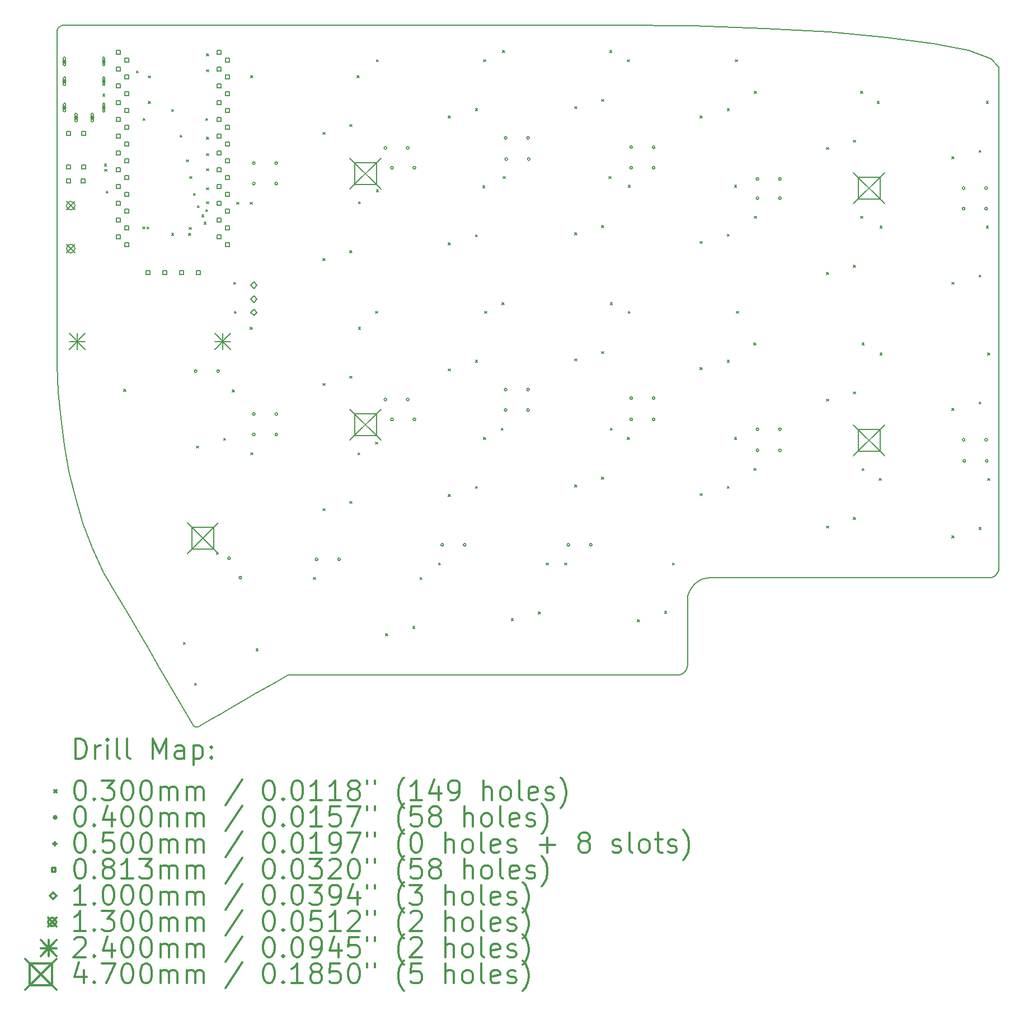
<source format=gbr>
%FSLAX45Y45*%
G04 Gerber Fmt 4.5, Leading zero omitted, Abs format (unit mm)*
G04 Created by KiCad (PCBNEW (5.1.12)-1) date 2021-12-08 11:34:36*
%MOMM*%
%LPD*%
G01*
G04 APERTURE LIST*
%TA.AperFunction,Profile*%
%ADD10C,0.200000*%
%TD*%
%ADD11C,0.200000*%
%ADD12C,0.300000*%
G04 APERTURE END LIST*
D10*
X11618662Y-13648078D02*
X11786231Y-13551064D01*
X11451092Y-13745092D02*
X11618662Y-13648078D01*
X8293753Y-5075063D02*
X8293753Y-4444370D01*
X8293753Y-5705756D02*
X8293753Y-5075063D01*
X11521171Y-3708676D02*
X10480388Y-3708676D01*
X21869242Y-12078973D02*
X22396000Y-12078973D01*
X21342484Y-12078973D02*
X21869242Y-12078973D01*
X20815726Y-12078973D02*
X21342484Y-12078973D01*
X20288967Y-12078973D02*
X20815726Y-12078973D01*
X19762209Y-12078973D02*
X20288967Y-12078973D01*
X19235451Y-12078973D02*
X19762209Y-12078973D01*
X18708693Y-12078973D02*
X19235451Y-12078973D01*
X18181935Y-12078973D02*
X18708693Y-12078973D01*
X18111352Y-12086078D02*
X18181935Y-12078973D01*
X18045633Y-12106456D02*
X18111352Y-12086078D01*
X17986177Y-12138706D02*
X18045633Y-12106456D01*
X17934388Y-12181427D02*
X17986177Y-12138706D01*
X17891668Y-12233216D02*
X17934388Y-12181427D01*
X17859417Y-12292671D02*
X17891668Y-12233216D01*
X17839039Y-12358391D02*
X17859417Y-12292671D01*
X17831935Y-12428973D02*
X17839039Y-12358391D01*
X19980765Y-3817049D02*
X18991954Y-3758537D01*
X20842076Y-3894556D02*
X19980765Y-3817049D01*
X21552570Y-3988516D02*
X20842076Y-3894556D01*
X22088932Y-4096385D02*
X21552570Y-3988516D01*
X17898956Y-3721565D02*
X16725088Y-3708676D01*
X18991954Y-3758537D02*
X17898956Y-3721565D01*
X17765831Y-13525566D02*
X17740350Y-13539388D01*
X17788026Y-13507257D02*
X17765831Y-13525566D01*
X17806335Y-13485062D02*
X17788026Y-13507257D01*
X17820157Y-13459581D02*
X17806335Y-13485062D01*
X17828890Y-13431415D02*
X17820157Y-13459581D01*
X17831935Y-13401166D02*
X17828890Y-13431415D01*
X22546000Y-5291838D02*
X22546000Y-6240000D01*
X22546000Y-4343676D02*
X22546000Y-5291838D01*
X8293753Y-6967143D02*
X8293753Y-6336449D01*
X8293753Y-7597836D02*
X8293753Y-6967143D01*
X8293753Y-8228530D02*
X8293753Y-7597836D01*
X8293753Y-8859223D02*
X8293753Y-8228530D01*
X10480388Y-3708676D02*
X9439604Y-3708676D01*
X12561954Y-3708676D02*
X11521171Y-3708676D01*
X13602738Y-3708676D02*
X12561954Y-3708676D01*
X14643521Y-3708676D02*
X13602738Y-3708676D01*
X15684305Y-3708676D02*
X14643521Y-3708676D01*
X16725088Y-3708676D02*
X15684305Y-3708676D01*
X8340094Y-3726596D02*
X8357930Y-3716921D01*
X8324557Y-3739412D02*
X8340094Y-3726596D01*
X8311741Y-3754949D02*
X8324557Y-3739412D01*
X8302066Y-3772785D02*
X8311741Y-3754949D01*
X8295952Y-3792501D02*
X8302066Y-3772785D01*
X8293821Y-3813676D02*
X8295952Y-3792501D01*
X8377646Y-3710807D02*
X8398821Y-3708676D01*
X8357930Y-3716921D02*
X8377646Y-3710807D01*
X9439604Y-3708676D02*
X8398821Y-3708676D01*
X8293753Y-6336449D02*
X8293753Y-5705756D01*
X8293753Y-4444370D02*
X8293753Y-3813676D01*
X8829176Y-11631807D02*
X8999333Y-11998954D01*
X8686311Y-11253067D02*
X8829176Y-11631807D01*
X8568800Y-10864913D02*
X8686311Y-11253067D01*
X8474708Y-10469525D02*
X8568800Y-10864913D01*
X8402097Y-10069083D02*
X8474708Y-10469525D01*
X8349030Y-9665766D02*
X8402097Y-10069083D01*
X8313569Y-9261756D02*
X8349030Y-9665766D01*
X8293778Y-8859232D02*
X8313569Y-9261756D01*
X10428886Y-14335728D02*
X10445676Y-14327176D01*
X10413021Y-14340447D02*
X10428886Y-14335728D01*
X10398125Y-14341397D02*
X10413021Y-14340447D01*
X10384247Y-14338644D02*
X10398125Y-14341397D01*
X10371433Y-14332253D02*
X10384247Y-14338644D01*
X10359730Y-14322288D02*
X10371433Y-14332253D01*
X10349184Y-14308815D02*
X10359730Y-14322288D01*
X10339843Y-14291898D02*
X10349184Y-14308815D01*
X11283523Y-13842106D02*
X11451092Y-13745092D01*
X11115954Y-13939120D02*
X11283523Y-13842106D01*
X10948384Y-14036134D02*
X11115954Y-13939120D01*
X10780815Y-14133148D02*
X10948384Y-14036134D01*
X10613245Y-14230162D02*
X10780815Y-14133148D01*
X10445676Y-14327176D02*
X10613245Y-14230162D01*
X10172273Y-14005266D02*
X10339843Y-14291898D01*
X10004704Y-13718634D02*
X10172273Y-14005266D01*
X9837134Y-13432002D02*
X10004704Y-13718634D01*
X9669565Y-13145370D02*
X9837134Y-13432002D01*
X9501995Y-12858738D02*
X9669565Y-13145370D01*
X9334426Y-12572106D02*
X9501995Y-12858738D01*
X9166856Y-12285474D02*
X9334426Y-12572106D01*
X8999287Y-11998842D02*
X9166856Y-12285474D01*
X16944983Y-13551166D02*
X17681935Y-13551166D01*
X16208030Y-13551166D02*
X16944983Y-13551166D01*
X15471078Y-13551166D02*
X16208030Y-13551166D01*
X14734126Y-13551166D02*
X15471078Y-13551166D01*
X13997174Y-13551166D02*
X14734126Y-13551166D01*
X13260222Y-13551166D02*
X13997174Y-13551166D01*
X12523269Y-13551166D02*
X13260222Y-13551166D01*
X11786317Y-13551166D02*
X12523269Y-13551166D01*
X17831935Y-13281601D02*
X17831935Y-13401166D01*
X17831935Y-13159797D02*
X17831935Y-13281601D01*
X17831935Y-13037993D02*
X17831935Y-13159797D01*
X17831935Y-12916189D02*
X17831935Y-13037993D01*
X17831935Y-12794385D02*
X17831935Y-12916189D01*
X17831935Y-12672581D02*
X17831935Y-12794385D01*
X17831935Y-12550777D02*
X17831935Y-12672581D01*
X17831935Y-12428973D02*
X17831935Y-12550777D01*
X17712184Y-13548121D02*
X17681935Y-13551166D01*
X17740350Y-13539388D02*
X17712184Y-13548121D01*
X22427847Y-4215619D02*
X22088932Y-4096385D01*
X22546000Y-4343676D02*
X22427847Y-4215619D01*
X22426249Y-12075929D02*
X22396000Y-12078973D01*
X22454415Y-12067195D02*
X22426249Y-12075929D01*
X22479896Y-12053374D02*
X22454415Y-12067195D01*
X22502091Y-12035065D02*
X22479896Y-12053374D01*
X22520400Y-12012870D02*
X22502091Y-12035065D01*
X22534222Y-11987389D02*
X22520400Y-12012870D01*
X22542955Y-11959223D02*
X22534222Y-11987389D01*
X22546000Y-11928973D02*
X22542955Y-11959223D01*
X22546000Y-10980811D02*
X22546000Y-11928973D01*
X22546000Y-10032649D02*
X22546000Y-10980811D01*
X22546000Y-9084487D02*
X22546000Y-10032649D01*
X22546000Y-8136324D02*
X22546000Y-9084487D01*
X22546000Y-7188162D02*
X22546000Y-8136324D01*
X22546000Y-6240000D02*
X22546000Y-7188162D01*
D11*
X8985000Y-4755000D02*
X9015000Y-4785000D01*
X9015000Y-4755000D02*
X8985000Y-4785000D01*
X9012499Y-5813486D02*
X9042499Y-5843486D01*
X9042499Y-5813486D02*
X9012499Y-5843486D01*
X9015000Y-5895000D02*
X9045000Y-5925000D01*
X9045000Y-5895000D02*
X9015000Y-5925000D01*
X9035000Y-6225000D02*
X9065000Y-6255000D01*
X9065000Y-6225000D02*
X9035000Y-6255000D01*
X9305000Y-9225000D02*
X9335000Y-9255000D01*
X9335000Y-9225000D02*
X9305000Y-9255000D01*
X9495000Y-4405000D02*
X9525000Y-4435000D01*
X9525000Y-4405000D02*
X9495000Y-4435000D01*
X9590000Y-6765585D02*
X9620000Y-6795585D01*
X9620000Y-6765585D02*
X9590000Y-6795585D01*
X9595000Y-5124000D02*
X9625000Y-5154000D01*
X9625000Y-5124000D02*
X9595000Y-5154000D01*
X9655000Y-6765000D02*
X9685000Y-6795000D01*
X9685000Y-6765000D02*
X9655000Y-6795000D01*
X9675000Y-4481575D02*
X9705000Y-4511575D01*
X9705000Y-4481575D02*
X9675000Y-4511575D01*
X9675000Y-4865000D02*
X9705000Y-4895000D01*
X9705000Y-4865000D02*
X9675000Y-4895000D01*
X10025000Y-4989575D02*
X10055000Y-5019575D01*
X10055000Y-4989575D02*
X10025000Y-5019575D01*
X10025001Y-6865000D02*
X10055001Y-6895000D01*
X10055001Y-6865000D02*
X10025001Y-6895000D01*
X10155000Y-5378000D02*
X10185000Y-5408000D01*
X10185000Y-5378000D02*
X10155000Y-5408000D01*
X10205000Y-13055000D02*
X10235000Y-13085000D01*
X10235000Y-13055000D02*
X10205000Y-13085000D01*
X10252500Y-5751574D02*
X10282500Y-5781574D01*
X10282500Y-5751574D02*
X10252500Y-5781574D01*
X10285000Y-6865000D02*
X10315000Y-6895000D01*
X10315000Y-6865000D02*
X10285000Y-6895000D01*
X10295000Y-6775000D02*
X10325000Y-6805000D01*
X10325000Y-6775000D02*
X10295000Y-6805000D01*
X10302500Y-6005574D02*
X10332500Y-6035574D01*
X10332500Y-6005574D02*
X10302500Y-6035574D01*
X10355000Y-6259574D02*
X10385000Y-6289574D01*
X10385000Y-6259574D02*
X10355000Y-6289574D01*
X10375000Y-13675000D02*
X10405000Y-13705000D01*
X10405000Y-13675000D02*
X10375000Y-13705000D01*
X10405000Y-10084999D02*
X10435000Y-10114999D01*
X10435000Y-10084999D02*
X10405000Y-10114999D01*
X10415000Y-6442500D02*
X10445000Y-6472500D01*
X10445000Y-6442500D02*
X10415000Y-6472500D01*
X10485000Y-6585000D02*
X10515000Y-6615000D01*
X10515000Y-6585000D02*
X10485000Y-6615000D01*
X10517783Y-6692217D02*
X10547783Y-6722217D01*
X10547783Y-6692217D02*
X10517783Y-6722217D01*
X10545000Y-5125000D02*
X10575000Y-5155000D01*
X10575000Y-5125000D02*
X10545000Y-5155000D01*
X10545000Y-6505000D02*
X10575000Y-6535000D01*
X10575000Y-6505000D02*
X10545000Y-6535000D01*
X10554999Y-5655000D02*
X10584999Y-5685000D01*
X10584999Y-5655000D02*
X10554999Y-5685000D01*
X10555000Y-4385000D02*
X10585000Y-4415000D01*
X10585000Y-4385000D02*
X10555000Y-4415000D01*
X10555000Y-5885000D02*
X10585000Y-5915000D01*
X10585000Y-5885000D02*
X10555000Y-5915000D01*
X10555000Y-6175000D02*
X10585000Y-6205000D01*
X10585000Y-6175000D02*
X10555000Y-6205000D01*
X10555000Y-6385000D02*
X10585000Y-6415000D01*
X10585000Y-6385000D02*
X10555000Y-6415000D01*
X10555001Y-4145000D02*
X10585001Y-4175000D01*
X10585001Y-4145000D02*
X10555001Y-4175000D01*
X10555002Y-5405000D02*
X10585002Y-5435000D01*
X10585002Y-5405000D02*
X10555002Y-5435000D01*
X10705000Y-11695000D02*
X10735000Y-11725000D01*
X10735000Y-11695000D02*
X10705000Y-11725000D01*
X10815000Y-9965000D02*
X10845000Y-9995000D01*
X10845000Y-9965000D02*
X10815000Y-9995000D01*
X10945000Y-9235001D02*
X10975000Y-9265001D01*
X10975000Y-9235001D02*
X10945000Y-9265001D01*
X10965000Y-7605000D02*
X10995000Y-7635000D01*
X10995000Y-7605000D02*
X10965000Y-7635000D01*
X10975000Y-8045000D02*
X11005000Y-8075000D01*
X11005000Y-8045000D02*
X10975000Y-8075000D01*
X11015000Y-6395000D02*
X11045000Y-6425000D01*
X11045000Y-6395000D02*
X11015000Y-6425000D01*
X11215000Y-6395000D02*
X11245000Y-6425000D01*
X11245000Y-6395000D02*
X11215000Y-6425000D01*
X11215000Y-8285000D02*
X11245000Y-8315000D01*
X11245000Y-8285000D02*
X11215000Y-8315000D01*
X11224999Y-4475000D02*
X11254999Y-4505000D01*
X11254999Y-4475000D02*
X11224999Y-4505000D01*
X11225000Y-10184999D02*
X11255000Y-10214999D01*
X11255000Y-10184999D02*
X11225000Y-10214999D01*
X11305000Y-13155000D02*
X11335000Y-13185000D01*
X11335000Y-13155000D02*
X11305000Y-13185000D01*
X12175000Y-12075000D02*
X12205000Y-12105000D01*
X12205000Y-12075000D02*
X12175000Y-12105000D01*
X12314999Y-5335000D02*
X12344999Y-5365000D01*
X12344999Y-5335000D02*
X12314999Y-5365000D01*
X12315000Y-9135001D02*
X12345000Y-9165001D01*
X12345000Y-9135001D02*
X12315000Y-9165001D01*
X12315000Y-11034999D02*
X12345000Y-11064999D01*
X12345000Y-11034999D02*
X12315000Y-11064999D01*
X12315001Y-7245000D02*
X12345001Y-7275000D01*
X12345001Y-7245000D02*
X12315001Y-7275000D01*
X12725000Y-5215000D02*
X12755000Y-5245000D01*
X12755000Y-5215000D02*
X12725000Y-5245000D01*
X12725000Y-7125000D02*
X12755000Y-7155000D01*
X12755000Y-7125000D02*
X12725000Y-7155000D01*
X12725000Y-9025000D02*
X12755000Y-9055000D01*
X12755000Y-9025000D02*
X12725000Y-9055000D01*
X12725000Y-10925000D02*
X12755000Y-10955000D01*
X12755000Y-10925000D02*
X12725000Y-10955000D01*
X12835000Y-4475000D02*
X12865000Y-4505000D01*
X12865000Y-4475000D02*
X12835000Y-4505000D01*
X12845000Y-10185000D02*
X12875000Y-10215000D01*
X12875000Y-10185000D02*
X12845000Y-10215000D01*
X12855000Y-6385000D02*
X12885000Y-6415000D01*
X12885000Y-6385000D02*
X12855000Y-6415000D01*
X12855000Y-8285000D02*
X12885000Y-8315000D01*
X12885000Y-8285000D02*
X12855000Y-8315000D01*
X13115000Y-8045000D02*
X13145000Y-8075000D01*
X13145000Y-8045000D02*
X13115000Y-8075000D01*
X13115000Y-10025000D02*
X13145000Y-10055000D01*
X13145000Y-10025000D02*
X13115000Y-10055000D01*
X13125000Y-4235000D02*
X13155000Y-4265000D01*
X13155000Y-4235000D02*
X13125000Y-4265000D01*
X13125000Y-6205000D02*
X13155000Y-6235000D01*
X13155000Y-6205000D02*
X13125000Y-6235000D01*
X13265001Y-12925000D02*
X13295001Y-12955000D01*
X13295001Y-12925000D02*
X13265001Y-12955000D01*
X13675000Y-12815000D02*
X13705000Y-12845000D01*
X13705000Y-12815000D02*
X13675000Y-12845000D01*
X13785000Y-12075000D02*
X13815000Y-12105000D01*
X13815000Y-12075000D02*
X13785000Y-12105000D01*
X14065000Y-11855000D02*
X14095000Y-11885000D01*
X14095000Y-11855000D02*
X14065000Y-11885000D01*
X14214999Y-8915000D02*
X14244999Y-8945000D01*
X14244999Y-8915000D02*
X14214999Y-8945000D01*
X14215000Y-5084999D02*
X14245000Y-5114999D01*
X14245000Y-5084999D02*
X14215000Y-5114999D01*
X14215000Y-10815001D02*
X14245000Y-10845001D01*
X14245000Y-10815001D02*
X14215000Y-10845001D01*
X14215001Y-7005000D02*
X14245001Y-7035000D01*
X14245001Y-7005000D02*
X14215001Y-7035000D01*
X14625000Y-4975000D02*
X14655000Y-5005000D01*
X14655000Y-4975000D02*
X14625000Y-5005000D01*
X14625000Y-6885000D02*
X14655000Y-6915000D01*
X14655000Y-6885000D02*
X14625000Y-6915000D01*
X14625000Y-8785000D02*
X14655000Y-8815000D01*
X14655000Y-8785000D02*
X14625000Y-8815000D01*
X14625000Y-10695000D02*
X14655000Y-10725000D01*
X14655000Y-10695000D02*
X14625000Y-10725000D01*
X14735000Y-6145000D02*
X14765000Y-6175000D01*
X14765000Y-6145000D02*
X14735000Y-6175000D01*
X14745000Y-4235000D02*
X14775000Y-4265000D01*
X14775000Y-4235000D02*
X14745000Y-4265000D01*
X14745000Y-9955000D02*
X14775000Y-9985000D01*
X14775000Y-9955000D02*
X14745000Y-9985000D01*
X14765000Y-8045000D02*
X14795000Y-8075000D01*
X14795000Y-8045000D02*
X14765000Y-8075000D01*
X15015000Y-9815000D02*
X15045000Y-9845000D01*
X15045000Y-9815000D02*
X15015000Y-9845000D01*
X15025000Y-7915000D02*
X15055000Y-7945000D01*
X15055000Y-7915000D02*
X15025000Y-7945000D01*
X15035000Y-4095000D02*
X15065000Y-4125000D01*
X15065000Y-4095000D02*
X15035000Y-4125000D01*
X15045000Y-6005000D02*
X15075000Y-6035000D01*
X15075000Y-6005000D02*
X15045000Y-6035000D01*
X15165000Y-12695000D02*
X15195000Y-12725000D01*
X15195000Y-12695000D02*
X15165000Y-12725000D01*
X15575000Y-12595000D02*
X15605000Y-12625000D01*
X15605000Y-12595000D02*
X15575000Y-12625000D01*
X15695000Y-11855000D02*
X15725000Y-11885000D01*
X15725000Y-11855000D02*
X15695000Y-11885000D01*
X15975000Y-11855000D02*
X16005000Y-11885000D01*
X16005000Y-11855000D02*
X15975000Y-11885000D01*
X16124999Y-6855000D02*
X16154999Y-6885000D01*
X16154999Y-6855000D02*
X16124999Y-6885000D01*
X16125000Y-4945000D02*
X16155000Y-4975000D01*
X16155000Y-4945000D02*
X16125000Y-4975000D01*
X16125000Y-8764999D02*
X16155000Y-8794999D01*
X16155000Y-8764999D02*
X16125000Y-8794999D01*
X16125000Y-10675000D02*
X16155000Y-10705000D01*
X16155000Y-10675000D02*
X16125000Y-10705000D01*
X16535000Y-4835000D02*
X16565000Y-4865000D01*
X16565000Y-4835000D02*
X16535000Y-4865000D01*
X16535000Y-6745000D02*
X16565000Y-6775000D01*
X16565000Y-6745000D02*
X16535000Y-6775000D01*
X16535000Y-8655000D02*
X16565000Y-8685000D01*
X16565000Y-8655000D02*
X16535000Y-8685000D01*
X16535000Y-10555000D02*
X16565000Y-10585000D01*
X16565000Y-10555000D02*
X16535000Y-10585000D01*
X16645000Y-6005000D02*
X16675000Y-6035000D01*
X16675000Y-6005000D02*
X16645000Y-6035000D01*
X16655000Y-4095000D02*
X16685000Y-4125000D01*
X16685000Y-4095000D02*
X16655000Y-4125000D01*
X16665000Y-7915000D02*
X16695000Y-7945000D01*
X16695000Y-7915000D02*
X16665000Y-7945000D01*
X16665000Y-9815000D02*
X16695000Y-9845000D01*
X16695000Y-9815000D02*
X16665000Y-9845000D01*
X16925000Y-4235000D02*
X16955000Y-4265000D01*
X16955000Y-4235000D02*
X16925000Y-4265000D01*
X16925000Y-9955000D02*
X16955000Y-9985000D01*
X16955000Y-9955000D02*
X16925000Y-9985000D01*
X16935000Y-6135000D02*
X16965000Y-6165000D01*
X16965000Y-6135000D02*
X16935000Y-6165000D01*
X16935000Y-8045000D02*
X16965000Y-8075000D01*
X16965000Y-8045000D02*
X16935000Y-8075000D01*
X17075001Y-12715000D02*
X17105001Y-12745000D01*
X17105001Y-12715000D02*
X17075001Y-12745000D01*
X17485000Y-12585000D02*
X17515000Y-12615000D01*
X17515000Y-12585000D02*
X17485000Y-12615000D01*
X17605000Y-11855000D02*
X17635000Y-11885000D01*
X17635000Y-11855000D02*
X17605000Y-11885000D01*
X18024999Y-10805000D02*
X18054999Y-10835000D01*
X18054999Y-10805000D02*
X18024999Y-10835000D01*
X18025000Y-5085000D02*
X18055000Y-5115000D01*
X18055000Y-5085000D02*
X18025000Y-5115000D01*
X18025000Y-6985001D02*
X18055000Y-7015001D01*
X18055000Y-6985001D02*
X18025000Y-7015001D01*
X18025000Y-8895000D02*
X18055000Y-8925000D01*
X18055000Y-8895000D02*
X18025000Y-8925000D01*
X18435000Y-4975000D02*
X18465000Y-5005000D01*
X18465000Y-4975000D02*
X18435000Y-5005000D01*
X18435000Y-6875000D02*
X18465000Y-6905000D01*
X18465000Y-6875000D02*
X18435000Y-6905000D01*
X18435000Y-8785000D02*
X18465000Y-8815000D01*
X18465000Y-8785000D02*
X18435000Y-8815000D01*
X18435000Y-10695000D02*
X18465000Y-10725000D01*
X18465000Y-10695000D02*
X18435000Y-10725000D01*
X18545000Y-6135000D02*
X18575000Y-6165000D01*
X18575000Y-6135000D02*
X18545000Y-6165000D01*
X18545000Y-9955000D02*
X18575000Y-9985000D01*
X18575000Y-9955000D02*
X18545000Y-9985000D01*
X18555000Y-4235000D02*
X18585000Y-4265000D01*
X18585000Y-4235000D02*
X18555000Y-4265000D01*
X18575000Y-8045000D02*
X18605000Y-8075000D01*
X18605000Y-8045000D02*
X18575000Y-8075000D01*
X18835000Y-8525000D02*
X18865000Y-8555000D01*
X18865000Y-8525000D02*
X18835000Y-8555000D01*
X18835000Y-10425000D02*
X18865000Y-10455000D01*
X18865000Y-10425000D02*
X18835000Y-10455000D01*
X18845000Y-4715000D02*
X18875000Y-4745000D01*
X18875000Y-4715000D02*
X18845000Y-4745000D01*
X18845000Y-6605000D02*
X18875000Y-6635000D01*
X18875000Y-6605000D02*
X18845000Y-6635000D01*
X19934999Y-5565000D02*
X19964999Y-5595000D01*
X19964999Y-5565000D02*
X19934999Y-5595000D01*
X19935000Y-9375000D02*
X19965000Y-9405000D01*
X19965000Y-9375000D02*
X19935000Y-9405000D01*
X19935000Y-7455000D02*
X19965000Y-7485000D01*
X19965000Y-7455000D02*
X19935000Y-7485000D01*
X19935001Y-11295000D02*
X19965001Y-11325000D01*
X19965001Y-11295000D02*
X19935001Y-11325000D01*
X20345000Y-5455000D02*
X20375000Y-5485000D01*
X20375000Y-5455000D02*
X20345000Y-5485000D01*
X20345000Y-7345000D02*
X20375000Y-7375000D01*
X20375000Y-7345000D02*
X20345000Y-7375000D01*
X20345000Y-9265000D02*
X20375000Y-9295000D01*
X20375000Y-9265000D02*
X20345000Y-9295000D01*
X20345000Y-11165000D02*
X20375000Y-11195000D01*
X20375000Y-11165000D02*
X20345000Y-11195000D01*
X20455000Y-4715000D02*
X20485000Y-4745000D01*
X20485000Y-4715000D02*
X20455000Y-4745000D01*
X20455000Y-6605000D02*
X20485000Y-6635000D01*
X20485000Y-6605000D02*
X20455000Y-6635000D01*
X20475000Y-8525000D02*
X20505000Y-8555000D01*
X20505000Y-8525000D02*
X20475000Y-8555000D01*
X20475000Y-10425000D02*
X20505000Y-10455000D01*
X20505000Y-10425000D02*
X20475000Y-10455000D01*
X20705000Y-4865000D02*
X20735000Y-4895000D01*
X20735000Y-4865000D02*
X20705000Y-4895000D01*
X20735000Y-10575000D02*
X20765000Y-10605000D01*
X20765000Y-10575000D02*
X20735000Y-10605000D01*
X20745000Y-6755000D02*
X20775000Y-6785000D01*
X20775000Y-6755000D02*
X20745000Y-6785000D01*
X20745001Y-8675000D02*
X20775001Y-8705000D01*
X20775001Y-8675000D02*
X20745001Y-8705000D01*
X21835000Y-5704999D02*
X21865000Y-5734999D01*
X21865000Y-5704999D02*
X21835000Y-5734999D01*
X21835000Y-7605000D02*
X21865000Y-7635000D01*
X21865000Y-7605000D02*
X21835000Y-7635000D01*
X21835000Y-9515000D02*
X21865000Y-9545000D01*
X21865000Y-9515000D02*
X21835000Y-9545000D01*
X21835000Y-11444999D02*
X21865000Y-11474999D01*
X21865000Y-11444999D02*
X21835000Y-11474999D01*
X22245000Y-5605000D02*
X22275000Y-5635000D01*
X22275000Y-5605000D02*
X22245000Y-5635000D01*
X22245000Y-7495000D02*
X22275000Y-7525000D01*
X22275000Y-7495000D02*
X22245000Y-7525000D01*
X22245000Y-9415000D02*
X22275000Y-9445000D01*
X22275000Y-9415000D02*
X22245000Y-9445000D01*
X22245000Y-11315000D02*
X22275000Y-11345000D01*
X22275000Y-11315000D02*
X22245000Y-11345000D01*
X22355000Y-4865000D02*
X22385000Y-4895000D01*
X22385000Y-4865000D02*
X22355000Y-4895000D01*
X22355000Y-6755000D02*
X22385000Y-6785000D01*
X22385000Y-6755000D02*
X22355000Y-6785000D01*
X22375000Y-8675000D02*
X22405000Y-8705000D01*
X22405000Y-8675000D02*
X22375000Y-8705000D01*
X22375000Y-10575000D02*
X22405000Y-10605000D01*
X22405000Y-10575000D02*
X22375000Y-10605000D01*
X10410000Y-8950000D02*
G75*
G03*
X10410000Y-8950000I-20000J0D01*
G01*
X10750000Y-8950000D02*
G75*
G03*
X10750000Y-8950000I-20000J0D01*
G01*
X10915000Y-11782776D02*
G75*
G03*
X10915000Y-11782776I-20000J0D01*
G01*
X11085000Y-12077224D02*
G75*
G03*
X11085000Y-12077224I-20000J0D01*
G01*
X11290000Y-5800000D02*
G75*
G03*
X11290000Y-5800000I-20000J0D01*
G01*
X11290000Y-6110000D02*
G75*
G03*
X11290000Y-6110000I-20000J0D01*
G01*
X11290000Y-9600000D02*
G75*
G03*
X11290000Y-9600000I-20000J0D01*
G01*
X11290000Y-9910000D02*
G75*
G03*
X11290000Y-9910000I-20000J0D01*
G01*
X11630000Y-5800000D02*
G75*
G03*
X11630000Y-5800000I-20000J0D01*
G01*
X11630000Y-6110000D02*
G75*
G03*
X11630000Y-6110000I-20000J0D01*
G01*
X11630000Y-9600000D02*
G75*
G03*
X11630000Y-9600000I-20000J0D01*
G01*
X11630000Y-9910000D02*
G75*
G03*
X11630000Y-9910000I-20000J0D01*
G01*
X12240000Y-11800000D02*
G75*
G03*
X12240000Y-11800000I-20000J0D01*
G01*
X12580000Y-11800000D02*
G75*
G03*
X12580000Y-11800000I-20000J0D01*
G01*
X13280000Y-5570000D02*
G75*
G03*
X13280000Y-5570000I-20000J0D01*
G01*
X13280000Y-9380000D02*
G75*
G03*
X13280000Y-9380000I-20000J0D01*
G01*
X13380000Y-5870000D02*
G75*
G03*
X13380000Y-5870000I-20000J0D01*
G01*
X13380000Y-9680000D02*
G75*
G03*
X13380000Y-9680000I-20000J0D01*
G01*
X13620000Y-5570000D02*
G75*
G03*
X13620000Y-5570000I-20000J0D01*
G01*
X13620000Y-9380000D02*
G75*
G03*
X13620000Y-9380000I-20000J0D01*
G01*
X13720000Y-5870000D02*
G75*
G03*
X13720000Y-5870000I-20000J0D01*
G01*
X13720000Y-9680000D02*
G75*
G03*
X13720000Y-9680000I-20000J0D01*
G01*
X14140000Y-11580000D02*
G75*
G03*
X14140000Y-11580000I-20000J0D01*
G01*
X14480000Y-11580000D02*
G75*
G03*
X14480000Y-11580000I-20000J0D01*
G01*
X15100000Y-5420000D02*
G75*
G03*
X15100000Y-5420000I-20000J0D01*
G01*
X15100000Y-9230000D02*
G75*
G03*
X15100000Y-9230000I-20000J0D01*
G01*
X15100000Y-9540000D02*
G75*
G03*
X15100000Y-9540000I-20000J0D01*
G01*
X15110000Y-5740000D02*
G75*
G03*
X15110000Y-5740000I-20000J0D01*
G01*
X15440000Y-5420000D02*
G75*
G03*
X15440000Y-5420000I-20000J0D01*
G01*
X15440000Y-9230000D02*
G75*
G03*
X15440000Y-9230000I-20000J0D01*
G01*
X15440000Y-9540000D02*
G75*
G03*
X15440000Y-9540000I-20000J0D01*
G01*
X15450000Y-5740000D02*
G75*
G03*
X15450000Y-5740000I-20000J0D01*
G01*
X16050000Y-11580000D02*
G75*
G03*
X16050000Y-11580000I-20000J0D01*
G01*
X16390000Y-11580000D02*
G75*
G03*
X16390000Y-11580000I-20000J0D01*
G01*
X17000000Y-5560000D02*
G75*
G03*
X17000000Y-5560000I-20000J0D01*
G01*
X17000000Y-5870000D02*
G75*
G03*
X17000000Y-5870000I-20000J0D01*
G01*
X17000000Y-9360000D02*
G75*
G03*
X17000000Y-9360000I-20000J0D01*
G01*
X17000000Y-9680000D02*
G75*
G03*
X17000000Y-9680000I-20000J0D01*
G01*
X17340000Y-5560000D02*
G75*
G03*
X17340000Y-5560000I-20000J0D01*
G01*
X17340000Y-5870000D02*
G75*
G03*
X17340000Y-5870000I-20000J0D01*
G01*
X17340000Y-9360000D02*
G75*
G03*
X17340000Y-9360000I-20000J0D01*
G01*
X17340000Y-9680000D02*
G75*
G03*
X17340000Y-9680000I-20000J0D01*
G01*
X18910000Y-6040000D02*
G75*
G03*
X18910000Y-6040000I-20000J0D01*
G01*
X18910000Y-6330000D02*
G75*
G03*
X18910000Y-6330000I-20000J0D01*
G01*
X18910000Y-9830000D02*
G75*
G03*
X18910000Y-9830000I-20000J0D01*
G01*
X18910000Y-10150000D02*
G75*
G03*
X18910000Y-10150000I-20000J0D01*
G01*
X19250000Y-6040000D02*
G75*
G03*
X19250000Y-6040000I-20000J0D01*
G01*
X19250000Y-6330000D02*
G75*
G03*
X19250000Y-6330000I-20000J0D01*
G01*
X19250000Y-9830000D02*
G75*
G03*
X19250000Y-9830000I-20000J0D01*
G01*
X19250000Y-10150000D02*
G75*
G03*
X19250000Y-10150000I-20000J0D01*
G01*
X22030000Y-6180000D02*
G75*
G03*
X22030000Y-6180000I-20000J0D01*
G01*
X22030000Y-6490000D02*
G75*
G03*
X22030000Y-6490000I-20000J0D01*
G01*
X22030000Y-9990000D02*
G75*
G03*
X22030000Y-9990000I-20000J0D01*
G01*
X22040000Y-10310000D02*
G75*
G03*
X22040000Y-10310000I-20000J0D01*
G01*
X22370000Y-6180000D02*
G75*
G03*
X22370000Y-6180000I-20000J0D01*
G01*
X22370000Y-6490000D02*
G75*
G03*
X22370000Y-6490000I-20000J0D01*
G01*
X22370000Y-9990000D02*
G75*
G03*
X22370000Y-9990000I-20000J0D01*
G01*
X22380000Y-10310000D02*
G75*
G03*
X22380000Y-10310000I-20000J0D01*
G01*
X8405000Y-4235000D02*
X8405000Y-4285000D01*
X8380000Y-4260000D02*
X8430000Y-4260000D01*
X8390000Y-4205000D02*
X8390000Y-4315000D01*
X8420000Y-4205000D02*
X8420000Y-4315000D01*
X8390000Y-4315000D02*
G75*
G03*
X8420000Y-4315000I15000J0D01*
G01*
X8420000Y-4205000D02*
G75*
G03*
X8390000Y-4205000I-15000J0D01*
G01*
X8405000Y-4535000D02*
X8405000Y-4585000D01*
X8380000Y-4560000D02*
X8430000Y-4560000D01*
X8390000Y-4505000D02*
X8390000Y-4615000D01*
X8420000Y-4505000D02*
X8420000Y-4615000D01*
X8390000Y-4615000D02*
G75*
G03*
X8420000Y-4615000I15000J0D01*
G01*
X8420000Y-4505000D02*
G75*
G03*
X8390000Y-4505000I-15000J0D01*
G01*
X8405000Y-4935000D02*
X8405000Y-4985000D01*
X8380000Y-4960000D02*
X8430000Y-4960000D01*
X8390000Y-4905000D02*
X8390000Y-5015000D01*
X8420000Y-4905000D02*
X8420000Y-5015000D01*
X8390000Y-5015000D02*
G75*
G03*
X8420000Y-5015000I15000J0D01*
G01*
X8420000Y-4905000D02*
G75*
G03*
X8390000Y-4905000I-15000J0D01*
G01*
X8580000Y-5085000D02*
X8580000Y-5135000D01*
X8555000Y-5110000D02*
X8605000Y-5110000D01*
X8565000Y-5055000D02*
X8565000Y-5165000D01*
X8595000Y-5055000D02*
X8595000Y-5165000D01*
X8565000Y-5165000D02*
G75*
G03*
X8595000Y-5165000I15000J0D01*
G01*
X8595000Y-5055000D02*
G75*
G03*
X8565000Y-5055000I-15000J0D01*
G01*
X8825000Y-5085000D02*
X8825000Y-5135000D01*
X8800000Y-5110000D02*
X8850000Y-5110000D01*
X8810000Y-5055000D02*
X8810000Y-5165000D01*
X8840000Y-5055000D02*
X8840000Y-5165000D01*
X8810000Y-5165000D02*
G75*
G03*
X8840000Y-5165000I15000J0D01*
G01*
X8840000Y-5055000D02*
G75*
G03*
X8810000Y-5055000I-15000J0D01*
G01*
X9000000Y-4235000D02*
X9000000Y-4285000D01*
X8975000Y-4260000D02*
X9025000Y-4260000D01*
X8985000Y-4205000D02*
X8985000Y-4315000D01*
X9015000Y-4205000D02*
X9015000Y-4315000D01*
X8985000Y-4315000D02*
G75*
G03*
X9015000Y-4315000I15000J0D01*
G01*
X9015000Y-4205000D02*
G75*
G03*
X8985000Y-4205000I-15000J0D01*
G01*
X9000000Y-4535000D02*
X9000000Y-4585000D01*
X8975000Y-4560000D02*
X9025000Y-4560000D01*
X8985000Y-4505000D02*
X8985000Y-4615000D01*
X9015000Y-4505000D02*
X9015000Y-4615000D01*
X8985000Y-4615000D02*
G75*
G03*
X9015000Y-4615000I15000J0D01*
G01*
X9015000Y-4505000D02*
G75*
G03*
X8985000Y-4505000I-15000J0D01*
G01*
X9000000Y-4935000D02*
X9000000Y-4985000D01*
X8975000Y-4960000D02*
X9025000Y-4960000D01*
X8985000Y-4905000D02*
X8985000Y-5015000D01*
X9015000Y-4905000D02*
X9015000Y-5015000D01*
X8985000Y-5015000D02*
G75*
G03*
X9015000Y-5015000I15000J0D01*
G01*
X9015000Y-4905000D02*
G75*
G03*
X8985000Y-4905000I-15000J0D01*
G01*
X8497541Y-5378664D02*
X8497541Y-5321190D01*
X8440066Y-5321190D01*
X8440066Y-5378664D01*
X8497541Y-5378664D01*
X8497541Y-5886664D02*
X8497541Y-5829190D01*
X8440066Y-5829190D01*
X8440066Y-5886664D01*
X8497541Y-5886664D01*
X8498737Y-6098737D02*
X8498737Y-6041263D01*
X8441263Y-6041263D01*
X8441263Y-6098737D01*
X8498737Y-6098737D01*
X8718737Y-6098737D02*
X8718737Y-6041263D01*
X8661263Y-6041263D01*
X8661263Y-6098737D01*
X8718737Y-6098737D01*
X8722541Y-5378664D02*
X8722541Y-5321190D01*
X8665066Y-5321190D01*
X8665066Y-5378664D01*
X8722541Y-5378664D01*
X8722541Y-5886664D02*
X8722541Y-5829190D01*
X8665066Y-5829190D01*
X8665066Y-5886664D01*
X8722541Y-5886664D01*
X9246737Y-4151737D02*
X9246737Y-4094263D01*
X9189263Y-4094263D01*
X9189263Y-4151737D01*
X9246737Y-4151737D01*
X9246737Y-4405737D02*
X9246737Y-4348263D01*
X9189263Y-4348263D01*
X9189263Y-4405737D01*
X9246737Y-4405737D01*
X9246737Y-4659737D02*
X9246737Y-4602263D01*
X9189263Y-4602263D01*
X9189263Y-4659737D01*
X9246737Y-4659737D01*
X9246737Y-4913737D02*
X9246737Y-4856263D01*
X9189263Y-4856263D01*
X9189263Y-4913737D01*
X9246737Y-4913737D01*
X9246737Y-5167737D02*
X9246737Y-5110263D01*
X9189263Y-5110263D01*
X9189263Y-5167737D01*
X9246737Y-5167737D01*
X9246737Y-5421737D02*
X9246737Y-5364263D01*
X9189263Y-5364263D01*
X9189263Y-5421737D01*
X9246737Y-5421737D01*
X9246737Y-5675737D02*
X9246737Y-5618263D01*
X9189263Y-5618263D01*
X9189263Y-5675737D01*
X9246737Y-5675737D01*
X9246737Y-5929737D02*
X9246737Y-5872263D01*
X9189263Y-5872263D01*
X9189263Y-5929737D01*
X9246737Y-5929737D01*
X9246737Y-6183737D02*
X9246737Y-6126263D01*
X9189263Y-6126263D01*
X9189263Y-6183737D01*
X9246737Y-6183737D01*
X9246737Y-6437737D02*
X9246737Y-6380263D01*
X9189263Y-6380263D01*
X9189263Y-6437737D01*
X9246737Y-6437737D01*
X9246737Y-6691737D02*
X9246737Y-6634263D01*
X9189263Y-6634263D01*
X9189263Y-6691737D01*
X9246737Y-6691737D01*
X9246737Y-6945737D02*
X9246737Y-6888263D01*
X9189263Y-6888263D01*
X9189263Y-6945737D01*
X9246737Y-6945737D01*
X9376619Y-4271312D02*
X9376619Y-4213837D01*
X9319144Y-4213837D01*
X9319144Y-4271312D01*
X9376619Y-4271312D01*
X9376619Y-4525312D02*
X9376619Y-4467837D01*
X9319144Y-4467837D01*
X9319144Y-4525312D01*
X9376619Y-4525312D01*
X9376619Y-4779312D02*
X9376619Y-4721837D01*
X9319144Y-4721837D01*
X9319144Y-4779312D01*
X9376619Y-4779312D01*
X9376619Y-5033312D02*
X9376619Y-4975837D01*
X9319144Y-4975837D01*
X9319144Y-5033312D01*
X9376619Y-5033312D01*
X9376619Y-5287312D02*
X9376619Y-5229837D01*
X9319144Y-5229837D01*
X9319144Y-5287312D01*
X9376619Y-5287312D01*
X9376619Y-5541312D02*
X9376619Y-5483837D01*
X9319144Y-5483837D01*
X9319144Y-5541312D01*
X9376619Y-5541312D01*
X9376619Y-5795312D02*
X9376619Y-5737837D01*
X9319144Y-5737837D01*
X9319144Y-5795312D01*
X9376619Y-5795312D01*
X9376619Y-6049312D02*
X9376619Y-5991837D01*
X9319144Y-5991837D01*
X9319144Y-6049312D01*
X9376619Y-6049312D01*
X9376619Y-6303312D02*
X9376619Y-6245837D01*
X9319144Y-6245837D01*
X9319144Y-6303312D01*
X9376619Y-6303312D01*
X9376619Y-6557312D02*
X9376619Y-6499837D01*
X9319144Y-6499837D01*
X9319144Y-6557312D01*
X9376619Y-6557312D01*
X9376619Y-6811312D02*
X9376619Y-6753837D01*
X9319144Y-6753837D01*
X9319144Y-6811312D01*
X9376619Y-6811312D01*
X9376619Y-7065312D02*
X9376619Y-7007837D01*
X9319144Y-7007837D01*
X9319144Y-7065312D01*
X9376619Y-7065312D01*
X9698737Y-7488737D02*
X9698737Y-7431263D01*
X9641263Y-7431263D01*
X9641263Y-7488737D01*
X9698737Y-7488737D01*
X9952737Y-7488737D02*
X9952737Y-7431263D01*
X9895263Y-7431263D01*
X9895263Y-7488737D01*
X9952737Y-7488737D01*
X10206737Y-7488737D02*
X10206737Y-7431263D01*
X10149263Y-7431263D01*
X10149263Y-7488737D01*
X10206737Y-7488737D01*
X10460737Y-7488737D02*
X10460737Y-7431263D01*
X10403263Y-7431263D01*
X10403263Y-7488737D01*
X10460737Y-7488737D01*
X10770737Y-4151737D02*
X10770737Y-4094263D01*
X10713263Y-4094263D01*
X10713263Y-4151737D01*
X10770737Y-4151737D01*
X10770737Y-4405737D02*
X10770737Y-4348263D01*
X10713263Y-4348263D01*
X10713263Y-4405737D01*
X10770737Y-4405737D01*
X10770737Y-4659737D02*
X10770737Y-4602263D01*
X10713263Y-4602263D01*
X10713263Y-4659737D01*
X10770737Y-4659737D01*
X10770737Y-4913737D02*
X10770737Y-4856263D01*
X10713263Y-4856263D01*
X10713263Y-4913737D01*
X10770737Y-4913737D01*
X10770737Y-5167737D02*
X10770737Y-5110263D01*
X10713263Y-5110263D01*
X10713263Y-5167737D01*
X10770737Y-5167737D01*
X10770737Y-5421737D02*
X10770737Y-5364263D01*
X10713263Y-5364263D01*
X10713263Y-5421737D01*
X10770737Y-5421737D01*
X10770737Y-5675737D02*
X10770737Y-5618263D01*
X10713263Y-5618263D01*
X10713263Y-5675737D01*
X10770737Y-5675737D01*
X10770737Y-5929737D02*
X10770737Y-5872263D01*
X10713263Y-5872263D01*
X10713263Y-5929737D01*
X10770737Y-5929737D01*
X10770737Y-6183737D02*
X10770737Y-6126263D01*
X10713263Y-6126263D01*
X10713263Y-6183737D01*
X10770737Y-6183737D01*
X10770737Y-6437737D02*
X10770737Y-6380263D01*
X10713263Y-6380263D01*
X10713263Y-6437737D01*
X10770737Y-6437737D01*
X10770737Y-6691737D02*
X10770737Y-6634263D01*
X10713263Y-6634263D01*
X10713263Y-6691737D01*
X10770737Y-6691737D01*
X10770737Y-6945737D02*
X10770737Y-6888263D01*
X10713263Y-6888263D01*
X10713263Y-6945737D01*
X10770737Y-6945737D01*
X10900619Y-4271312D02*
X10900619Y-4213837D01*
X10843144Y-4213837D01*
X10843144Y-4271312D01*
X10900619Y-4271312D01*
X10900619Y-4525312D02*
X10900619Y-4467837D01*
X10843144Y-4467837D01*
X10843144Y-4525312D01*
X10900619Y-4525312D01*
X10900619Y-4779312D02*
X10900619Y-4721837D01*
X10843144Y-4721837D01*
X10843144Y-4779312D01*
X10900619Y-4779312D01*
X10900619Y-5033312D02*
X10900619Y-4975837D01*
X10843144Y-4975837D01*
X10843144Y-5033312D01*
X10900619Y-5033312D01*
X10900619Y-5287312D02*
X10900619Y-5229837D01*
X10843144Y-5229837D01*
X10843144Y-5287312D01*
X10900619Y-5287312D01*
X10900619Y-5541312D02*
X10900619Y-5483837D01*
X10843144Y-5483837D01*
X10843144Y-5541312D01*
X10900619Y-5541312D01*
X10900619Y-5795312D02*
X10900619Y-5737837D01*
X10843144Y-5737837D01*
X10843144Y-5795312D01*
X10900619Y-5795312D01*
X10900619Y-6049312D02*
X10900619Y-5991837D01*
X10843144Y-5991837D01*
X10843144Y-6049312D01*
X10900619Y-6049312D01*
X10900619Y-6303312D02*
X10900619Y-6245837D01*
X10843144Y-6245837D01*
X10843144Y-6303312D01*
X10900619Y-6303312D01*
X10900619Y-6557312D02*
X10900619Y-6499837D01*
X10843144Y-6499837D01*
X10843144Y-6557312D01*
X10900619Y-6557312D01*
X10900619Y-6811312D02*
X10900619Y-6753837D01*
X10843144Y-6753837D01*
X10843144Y-6811312D01*
X10900619Y-6811312D01*
X10900619Y-7065312D02*
X10900619Y-7007837D01*
X10843144Y-7007837D01*
X10843144Y-7065312D01*
X10900619Y-7065312D01*
X11270000Y-7700000D02*
X11320000Y-7650000D01*
X11270000Y-7600000D01*
X11220000Y-7650000D01*
X11270000Y-7700000D01*
X11270000Y-7910000D02*
X11320000Y-7860000D01*
X11270000Y-7810000D01*
X11220000Y-7860000D01*
X11270000Y-7910000D01*
X11270000Y-8110000D02*
X11320000Y-8060000D01*
X11270000Y-8010000D01*
X11220000Y-8060000D01*
X11270000Y-8110000D01*
X8435000Y-6380000D02*
X8565000Y-6510000D01*
X8565000Y-6380000D02*
X8435000Y-6510000D01*
X8565000Y-6445000D02*
G75*
G03*
X8565000Y-6445000I-65000J0D01*
G01*
X8435000Y-7030000D02*
X8565000Y-7160000D01*
X8565000Y-7030000D02*
X8435000Y-7160000D01*
X8565000Y-7095000D02*
G75*
G03*
X8565000Y-7095000I-65000J0D01*
G01*
X8480000Y-8380000D02*
X8720000Y-8620000D01*
X8720000Y-8380000D02*
X8480000Y-8620000D01*
X8600000Y-8380000D02*
X8600000Y-8620000D01*
X8480000Y-8500000D02*
X8720000Y-8500000D01*
X10680000Y-8380000D02*
X10920000Y-8620000D01*
X10920000Y-8380000D02*
X10680000Y-8620000D01*
X10800000Y-8380000D02*
X10800000Y-8620000D01*
X10680000Y-8500000D02*
X10920000Y-8500000D01*
X10265000Y-11245000D02*
X10735000Y-11715000D01*
X10735000Y-11245000D02*
X10265000Y-11715000D01*
X10666172Y-11646172D02*
X10666172Y-11313828D01*
X10333828Y-11313828D01*
X10333828Y-11646172D01*
X10666172Y-11646172D01*
X12725000Y-5725000D02*
X13195000Y-6195000D01*
X13195000Y-5725000D02*
X12725000Y-6195000D01*
X13126172Y-6126172D02*
X13126172Y-5793828D01*
X12793828Y-5793828D01*
X12793828Y-6126172D01*
X13126172Y-6126172D01*
X12725000Y-9525000D02*
X13195000Y-9995000D01*
X13195000Y-9525000D02*
X12725000Y-9995000D01*
X13126172Y-9926172D02*
X13126172Y-9593828D01*
X12793828Y-9593828D01*
X12793828Y-9926172D01*
X13126172Y-9926172D01*
X20345000Y-5945000D02*
X20815000Y-6415000D01*
X20815000Y-5945000D02*
X20345000Y-6415000D01*
X20746172Y-6346172D02*
X20746172Y-6013828D01*
X20413828Y-6013828D01*
X20413828Y-6346172D01*
X20746172Y-6346172D01*
X20345000Y-9765000D02*
X20815000Y-10235000D01*
X20815000Y-9765000D02*
X20345000Y-10235000D01*
X20746172Y-10166172D02*
X20746172Y-9833828D01*
X20413828Y-9833828D01*
X20413828Y-10166172D01*
X20746172Y-10166172D01*
D12*
X8570181Y-14817112D02*
X8570181Y-14517112D01*
X8641610Y-14517112D01*
X8684467Y-14531397D01*
X8713038Y-14559969D01*
X8727324Y-14588540D01*
X8741610Y-14645683D01*
X8741610Y-14688540D01*
X8727324Y-14745683D01*
X8713038Y-14774255D01*
X8684467Y-14802826D01*
X8641610Y-14817112D01*
X8570181Y-14817112D01*
X8870181Y-14817112D02*
X8870181Y-14617112D01*
X8870181Y-14674255D02*
X8884467Y-14645683D01*
X8898753Y-14631397D01*
X8927324Y-14617112D01*
X8955896Y-14617112D01*
X9055896Y-14817112D02*
X9055896Y-14617112D01*
X9055896Y-14517112D02*
X9041610Y-14531397D01*
X9055896Y-14545683D01*
X9070181Y-14531397D01*
X9055896Y-14517112D01*
X9055896Y-14545683D01*
X9241610Y-14817112D02*
X9213038Y-14802826D01*
X9198753Y-14774255D01*
X9198753Y-14517112D01*
X9398753Y-14817112D02*
X9370181Y-14802826D01*
X9355896Y-14774255D01*
X9355896Y-14517112D01*
X9741610Y-14817112D02*
X9741610Y-14517112D01*
X9841610Y-14731397D01*
X9941610Y-14517112D01*
X9941610Y-14817112D01*
X10213038Y-14817112D02*
X10213038Y-14659969D01*
X10198753Y-14631397D01*
X10170181Y-14617112D01*
X10113038Y-14617112D01*
X10084467Y-14631397D01*
X10213038Y-14802826D02*
X10184467Y-14817112D01*
X10113038Y-14817112D01*
X10084467Y-14802826D01*
X10070181Y-14774255D01*
X10070181Y-14745683D01*
X10084467Y-14717112D01*
X10113038Y-14702826D01*
X10184467Y-14702826D01*
X10213038Y-14688540D01*
X10355896Y-14617112D02*
X10355896Y-14917112D01*
X10355896Y-14631397D02*
X10384467Y-14617112D01*
X10441610Y-14617112D01*
X10470181Y-14631397D01*
X10484467Y-14645683D01*
X10498753Y-14674255D01*
X10498753Y-14759969D01*
X10484467Y-14788540D01*
X10470181Y-14802826D01*
X10441610Y-14817112D01*
X10384467Y-14817112D01*
X10355896Y-14802826D01*
X10627324Y-14788540D02*
X10641610Y-14802826D01*
X10627324Y-14817112D01*
X10613038Y-14802826D01*
X10627324Y-14788540D01*
X10627324Y-14817112D01*
X10627324Y-14631397D02*
X10641610Y-14645683D01*
X10627324Y-14659969D01*
X10613038Y-14645683D01*
X10627324Y-14631397D01*
X10627324Y-14659969D01*
X8253753Y-15296397D02*
X8283753Y-15326397D01*
X8283753Y-15296397D02*
X8253753Y-15326397D01*
X8627324Y-15147112D02*
X8655896Y-15147112D01*
X8684467Y-15161397D01*
X8698753Y-15175683D01*
X8713038Y-15204255D01*
X8727324Y-15261397D01*
X8727324Y-15332826D01*
X8713038Y-15389969D01*
X8698753Y-15418540D01*
X8684467Y-15432826D01*
X8655896Y-15447112D01*
X8627324Y-15447112D01*
X8598753Y-15432826D01*
X8584467Y-15418540D01*
X8570181Y-15389969D01*
X8555896Y-15332826D01*
X8555896Y-15261397D01*
X8570181Y-15204255D01*
X8584467Y-15175683D01*
X8598753Y-15161397D01*
X8627324Y-15147112D01*
X8855896Y-15418540D02*
X8870181Y-15432826D01*
X8855896Y-15447112D01*
X8841610Y-15432826D01*
X8855896Y-15418540D01*
X8855896Y-15447112D01*
X8970181Y-15147112D02*
X9155896Y-15147112D01*
X9055896Y-15261397D01*
X9098753Y-15261397D01*
X9127324Y-15275683D01*
X9141610Y-15289969D01*
X9155896Y-15318540D01*
X9155896Y-15389969D01*
X9141610Y-15418540D01*
X9127324Y-15432826D01*
X9098753Y-15447112D01*
X9013038Y-15447112D01*
X8984467Y-15432826D01*
X8970181Y-15418540D01*
X9341610Y-15147112D02*
X9370181Y-15147112D01*
X9398753Y-15161397D01*
X9413038Y-15175683D01*
X9427324Y-15204255D01*
X9441610Y-15261397D01*
X9441610Y-15332826D01*
X9427324Y-15389969D01*
X9413038Y-15418540D01*
X9398753Y-15432826D01*
X9370181Y-15447112D01*
X9341610Y-15447112D01*
X9313038Y-15432826D01*
X9298753Y-15418540D01*
X9284467Y-15389969D01*
X9270181Y-15332826D01*
X9270181Y-15261397D01*
X9284467Y-15204255D01*
X9298753Y-15175683D01*
X9313038Y-15161397D01*
X9341610Y-15147112D01*
X9627324Y-15147112D02*
X9655896Y-15147112D01*
X9684467Y-15161397D01*
X9698753Y-15175683D01*
X9713038Y-15204255D01*
X9727324Y-15261397D01*
X9727324Y-15332826D01*
X9713038Y-15389969D01*
X9698753Y-15418540D01*
X9684467Y-15432826D01*
X9655896Y-15447112D01*
X9627324Y-15447112D01*
X9598753Y-15432826D01*
X9584467Y-15418540D01*
X9570181Y-15389969D01*
X9555896Y-15332826D01*
X9555896Y-15261397D01*
X9570181Y-15204255D01*
X9584467Y-15175683D01*
X9598753Y-15161397D01*
X9627324Y-15147112D01*
X9855896Y-15447112D02*
X9855896Y-15247112D01*
X9855896Y-15275683D02*
X9870181Y-15261397D01*
X9898753Y-15247112D01*
X9941610Y-15247112D01*
X9970181Y-15261397D01*
X9984467Y-15289969D01*
X9984467Y-15447112D01*
X9984467Y-15289969D02*
X9998753Y-15261397D01*
X10027324Y-15247112D01*
X10070181Y-15247112D01*
X10098753Y-15261397D01*
X10113038Y-15289969D01*
X10113038Y-15447112D01*
X10255896Y-15447112D02*
X10255896Y-15247112D01*
X10255896Y-15275683D02*
X10270181Y-15261397D01*
X10298753Y-15247112D01*
X10341610Y-15247112D01*
X10370181Y-15261397D01*
X10384467Y-15289969D01*
X10384467Y-15447112D01*
X10384467Y-15289969D02*
X10398753Y-15261397D01*
X10427324Y-15247112D01*
X10470181Y-15247112D01*
X10498753Y-15261397D01*
X10513038Y-15289969D01*
X10513038Y-15447112D01*
X11098753Y-15132826D02*
X10841610Y-15518540D01*
X11484467Y-15147112D02*
X11513038Y-15147112D01*
X11541610Y-15161397D01*
X11555895Y-15175683D01*
X11570181Y-15204255D01*
X11584467Y-15261397D01*
X11584467Y-15332826D01*
X11570181Y-15389969D01*
X11555895Y-15418540D01*
X11541610Y-15432826D01*
X11513038Y-15447112D01*
X11484467Y-15447112D01*
X11455895Y-15432826D01*
X11441610Y-15418540D01*
X11427324Y-15389969D01*
X11413038Y-15332826D01*
X11413038Y-15261397D01*
X11427324Y-15204255D01*
X11441610Y-15175683D01*
X11455895Y-15161397D01*
X11484467Y-15147112D01*
X11713038Y-15418540D02*
X11727324Y-15432826D01*
X11713038Y-15447112D01*
X11698753Y-15432826D01*
X11713038Y-15418540D01*
X11713038Y-15447112D01*
X11913038Y-15147112D02*
X11941610Y-15147112D01*
X11970181Y-15161397D01*
X11984467Y-15175683D01*
X11998753Y-15204255D01*
X12013038Y-15261397D01*
X12013038Y-15332826D01*
X11998753Y-15389969D01*
X11984467Y-15418540D01*
X11970181Y-15432826D01*
X11941610Y-15447112D01*
X11913038Y-15447112D01*
X11884467Y-15432826D01*
X11870181Y-15418540D01*
X11855895Y-15389969D01*
X11841610Y-15332826D01*
X11841610Y-15261397D01*
X11855895Y-15204255D01*
X11870181Y-15175683D01*
X11884467Y-15161397D01*
X11913038Y-15147112D01*
X12298753Y-15447112D02*
X12127324Y-15447112D01*
X12213038Y-15447112D02*
X12213038Y-15147112D01*
X12184467Y-15189969D01*
X12155895Y-15218540D01*
X12127324Y-15232826D01*
X12584467Y-15447112D02*
X12413038Y-15447112D01*
X12498753Y-15447112D02*
X12498753Y-15147112D01*
X12470181Y-15189969D01*
X12441610Y-15218540D01*
X12413038Y-15232826D01*
X12755895Y-15275683D02*
X12727324Y-15261397D01*
X12713038Y-15247112D01*
X12698753Y-15218540D01*
X12698753Y-15204255D01*
X12713038Y-15175683D01*
X12727324Y-15161397D01*
X12755895Y-15147112D01*
X12813038Y-15147112D01*
X12841610Y-15161397D01*
X12855895Y-15175683D01*
X12870181Y-15204255D01*
X12870181Y-15218540D01*
X12855895Y-15247112D01*
X12841610Y-15261397D01*
X12813038Y-15275683D01*
X12755895Y-15275683D01*
X12727324Y-15289969D01*
X12713038Y-15304255D01*
X12698753Y-15332826D01*
X12698753Y-15389969D01*
X12713038Y-15418540D01*
X12727324Y-15432826D01*
X12755895Y-15447112D01*
X12813038Y-15447112D01*
X12841610Y-15432826D01*
X12855895Y-15418540D01*
X12870181Y-15389969D01*
X12870181Y-15332826D01*
X12855895Y-15304255D01*
X12841610Y-15289969D01*
X12813038Y-15275683D01*
X12984467Y-15147112D02*
X12984467Y-15204255D01*
X13098753Y-15147112D02*
X13098753Y-15204255D01*
X13541610Y-15561397D02*
X13527324Y-15547112D01*
X13498753Y-15504255D01*
X13484467Y-15475683D01*
X13470181Y-15432826D01*
X13455895Y-15361397D01*
X13455895Y-15304255D01*
X13470181Y-15232826D01*
X13484467Y-15189969D01*
X13498753Y-15161397D01*
X13527324Y-15118540D01*
X13541610Y-15104255D01*
X13813038Y-15447112D02*
X13641610Y-15447112D01*
X13727324Y-15447112D02*
X13727324Y-15147112D01*
X13698753Y-15189969D01*
X13670181Y-15218540D01*
X13641610Y-15232826D01*
X14070181Y-15247112D02*
X14070181Y-15447112D01*
X13998753Y-15132826D02*
X13927324Y-15347112D01*
X14113038Y-15347112D01*
X14241610Y-15447112D02*
X14298753Y-15447112D01*
X14327324Y-15432826D01*
X14341610Y-15418540D01*
X14370181Y-15375683D01*
X14384467Y-15318540D01*
X14384467Y-15204255D01*
X14370181Y-15175683D01*
X14355895Y-15161397D01*
X14327324Y-15147112D01*
X14270181Y-15147112D01*
X14241610Y-15161397D01*
X14227324Y-15175683D01*
X14213038Y-15204255D01*
X14213038Y-15275683D01*
X14227324Y-15304255D01*
X14241610Y-15318540D01*
X14270181Y-15332826D01*
X14327324Y-15332826D01*
X14355895Y-15318540D01*
X14370181Y-15304255D01*
X14384467Y-15275683D01*
X14741610Y-15447112D02*
X14741610Y-15147112D01*
X14870181Y-15447112D02*
X14870181Y-15289969D01*
X14855895Y-15261397D01*
X14827324Y-15247112D01*
X14784467Y-15247112D01*
X14755895Y-15261397D01*
X14741610Y-15275683D01*
X15055895Y-15447112D02*
X15027324Y-15432826D01*
X15013038Y-15418540D01*
X14998753Y-15389969D01*
X14998753Y-15304255D01*
X15013038Y-15275683D01*
X15027324Y-15261397D01*
X15055895Y-15247112D01*
X15098753Y-15247112D01*
X15127324Y-15261397D01*
X15141610Y-15275683D01*
X15155895Y-15304255D01*
X15155895Y-15389969D01*
X15141610Y-15418540D01*
X15127324Y-15432826D01*
X15098753Y-15447112D01*
X15055895Y-15447112D01*
X15327324Y-15447112D02*
X15298753Y-15432826D01*
X15284467Y-15404255D01*
X15284467Y-15147112D01*
X15555895Y-15432826D02*
X15527324Y-15447112D01*
X15470181Y-15447112D01*
X15441610Y-15432826D01*
X15427324Y-15404255D01*
X15427324Y-15289969D01*
X15441610Y-15261397D01*
X15470181Y-15247112D01*
X15527324Y-15247112D01*
X15555895Y-15261397D01*
X15570181Y-15289969D01*
X15570181Y-15318540D01*
X15427324Y-15347112D01*
X15684467Y-15432826D02*
X15713038Y-15447112D01*
X15770181Y-15447112D01*
X15798753Y-15432826D01*
X15813038Y-15404255D01*
X15813038Y-15389969D01*
X15798753Y-15361397D01*
X15770181Y-15347112D01*
X15727324Y-15347112D01*
X15698753Y-15332826D01*
X15684467Y-15304255D01*
X15684467Y-15289969D01*
X15698753Y-15261397D01*
X15727324Y-15247112D01*
X15770181Y-15247112D01*
X15798753Y-15261397D01*
X15913038Y-15561397D02*
X15927324Y-15547112D01*
X15955895Y-15504255D01*
X15970181Y-15475683D01*
X15984467Y-15432826D01*
X15998753Y-15361397D01*
X15998753Y-15304255D01*
X15984467Y-15232826D01*
X15970181Y-15189969D01*
X15955895Y-15161397D01*
X15927324Y-15118540D01*
X15913038Y-15104255D01*
X8283753Y-15707397D02*
G75*
G03*
X8283753Y-15707397I-20000J0D01*
G01*
X8627324Y-15543112D02*
X8655896Y-15543112D01*
X8684467Y-15557397D01*
X8698753Y-15571683D01*
X8713038Y-15600255D01*
X8727324Y-15657397D01*
X8727324Y-15728826D01*
X8713038Y-15785969D01*
X8698753Y-15814540D01*
X8684467Y-15828826D01*
X8655896Y-15843112D01*
X8627324Y-15843112D01*
X8598753Y-15828826D01*
X8584467Y-15814540D01*
X8570181Y-15785969D01*
X8555896Y-15728826D01*
X8555896Y-15657397D01*
X8570181Y-15600255D01*
X8584467Y-15571683D01*
X8598753Y-15557397D01*
X8627324Y-15543112D01*
X8855896Y-15814540D02*
X8870181Y-15828826D01*
X8855896Y-15843112D01*
X8841610Y-15828826D01*
X8855896Y-15814540D01*
X8855896Y-15843112D01*
X9127324Y-15643112D02*
X9127324Y-15843112D01*
X9055896Y-15528826D02*
X8984467Y-15743112D01*
X9170181Y-15743112D01*
X9341610Y-15543112D02*
X9370181Y-15543112D01*
X9398753Y-15557397D01*
X9413038Y-15571683D01*
X9427324Y-15600255D01*
X9441610Y-15657397D01*
X9441610Y-15728826D01*
X9427324Y-15785969D01*
X9413038Y-15814540D01*
X9398753Y-15828826D01*
X9370181Y-15843112D01*
X9341610Y-15843112D01*
X9313038Y-15828826D01*
X9298753Y-15814540D01*
X9284467Y-15785969D01*
X9270181Y-15728826D01*
X9270181Y-15657397D01*
X9284467Y-15600255D01*
X9298753Y-15571683D01*
X9313038Y-15557397D01*
X9341610Y-15543112D01*
X9627324Y-15543112D02*
X9655896Y-15543112D01*
X9684467Y-15557397D01*
X9698753Y-15571683D01*
X9713038Y-15600255D01*
X9727324Y-15657397D01*
X9727324Y-15728826D01*
X9713038Y-15785969D01*
X9698753Y-15814540D01*
X9684467Y-15828826D01*
X9655896Y-15843112D01*
X9627324Y-15843112D01*
X9598753Y-15828826D01*
X9584467Y-15814540D01*
X9570181Y-15785969D01*
X9555896Y-15728826D01*
X9555896Y-15657397D01*
X9570181Y-15600255D01*
X9584467Y-15571683D01*
X9598753Y-15557397D01*
X9627324Y-15543112D01*
X9855896Y-15843112D02*
X9855896Y-15643112D01*
X9855896Y-15671683D02*
X9870181Y-15657397D01*
X9898753Y-15643112D01*
X9941610Y-15643112D01*
X9970181Y-15657397D01*
X9984467Y-15685969D01*
X9984467Y-15843112D01*
X9984467Y-15685969D02*
X9998753Y-15657397D01*
X10027324Y-15643112D01*
X10070181Y-15643112D01*
X10098753Y-15657397D01*
X10113038Y-15685969D01*
X10113038Y-15843112D01*
X10255896Y-15843112D02*
X10255896Y-15643112D01*
X10255896Y-15671683D02*
X10270181Y-15657397D01*
X10298753Y-15643112D01*
X10341610Y-15643112D01*
X10370181Y-15657397D01*
X10384467Y-15685969D01*
X10384467Y-15843112D01*
X10384467Y-15685969D02*
X10398753Y-15657397D01*
X10427324Y-15643112D01*
X10470181Y-15643112D01*
X10498753Y-15657397D01*
X10513038Y-15685969D01*
X10513038Y-15843112D01*
X11098753Y-15528826D02*
X10841610Y-15914540D01*
X11484467Y-15543112D02*
X11513038Y-15543112D01*
X11541610Y-15557397D01*
X11555895Y-15571683D01*
X11570181Y-15600255D01*
X11584467Y-15657397D01*
X11584467Y-15728826D01*
X11570181Y-15785969D01*
X11555895Y-15814540D01*
X11541610Y-15828826D01*
X11513038Y-15843112D01*
X11484467Y-15843112D01*
X11455895Y-15828826D01*
X11441610Y-15814540D01*
X11427324Y-15785969D01*
X11413038Y-15728826D01*
X11413038Y-15657397D01*
X11427324Y-15600255D01*
X11441610Y-15571683D01*
X11455895Y-15557397D01*
X11484467Y-15543112D01*
X11713038Y-15814540D02*
X11727324Y-15828826D01*
X11713038Y-15843112D01*
X11698753Y-15828826D01*
X11713038Y-15814540D01*
X11713038Y-15843112D01*
X11913038Y-15543112D02*
X11941610Y-15543112D01*
X11970181Y-15557397D01*
X11984467Y-15571683D01*
X11998753Y-15600255D01*
X12013038Y-15657397D01*
X12013038Y-15728826D01*
X11998753Y-15785969D01*
X11984467Y-15814540D01*
X11970181Y-15828826D01*
X11941610Y-15843112D01*
X11913038Y-15843112D01*
X11884467Y-15828826D01*
X11870181Y-15814540D01*
X11855895Y-15785969D01*
X11841610Y-15728826D01*
X11841610Y-15657397D01*
X11855895Y-15600255D01*
X11870181Y-15571683D01*
X11884467Y-15557397D01*
X11913038Y-15543112D01*
X12298753Y-15843112D02*
X12127324Y-15843112D01*
X12213038Y-15843112D02*
X12213038Y-15543112D01*
X12184467Y-15585969D01*
X12155895Y-15614540D01*
X12127324Y-15628826D01*
X12570181Y-15543112D02*
X12427324Y-15543112D01*
X12413038Y-15685969D01*
X12427324Y-15671683D01*
X12455895Y-15657397D01*
X12527324Y-15657397D01*
X12555895Y-15671683D01*
X12570181Y-15685969D01*
X12584467Y-15714540D01*
X12584467Y-15785969D01*
X12570181Y-15814540D01*
X12555895Y-15828826D01*
X12527324Y-15843112D01*
X12455895Y-15843112D01*
X12427324Y-15828826D01*
X12413038Y-15814540D01*
X12684467Y-15543112D02*
X12884467Y-15543112D01*
X12755895Y-15843112D01*
X12984467Y-15543112D02*
X12984467Y-15600255D01*
X13098753Y-15543112D02*
X13098753Y-15600255D01*
X13541610Y-15957397D02*
X13527324Y-15943112D01*
X13498753Y-15900255D01*
X13484467Y-15871683D01*
X13470181Y-15828826D01*
X13455895Y-15757397D01*
X13455895Y-15700255D01*
X13470181Y-15628826D01*
X13484467Y-15585969D01*
X13498753Y-15557397D01*
X13527324Y-15514540D01*
X13541610Y-15500255D01*
X13798753Y-15543112D02*
X13655895Y-15543112D01*
X13641610Y-15685969D01*
X13655895Y-15671683D01*
X13684467Y-15657397D01*
X13755895Y-15657397D01*
X13784467Y-15671683D01*
X13798753Y-15685969D01*
X13813038Y-15714540D01*
X13813038Y-15785969D01*
X13798753Y-15814540D01*
X13784467Y-15828826D01*
X13755895Y-15843112D01*
X13684467Y-15843112D01*
X13655895Y-15828826D01*
X13641610Y-15814540D01*
X13984467Y-15671683D02*
X13955895Y-15657397D01*
X13941610Y-15643112D01*
X13927324Y-15614540D01*
X13927324Y-15600255D01*
X13941610Y-15571683D01*
X13955895Y-15557397D01*
X13984467Y-15543112D01*
X14041610Y-15543112D01*
X14070181Y-15557397D01*
X14084467Y-15571683D01*
X14098753Y-15600255D01*
X14098753Y-15614540D01*
X14084467Y-15643112D01*
X14070181Y-15657397D01*
X14041610Y-15671683D01*
X13984467Y-15671683D01*
X13955895Y-15685969D01*
X13941610Y-15700255D01*
X13927324Y-15728826D01*
X13927324Y-15785969D01*
X13941610Y-15814540D01*
X13955895Y-15828826D01*
X13984467Y-15843112D01*
X14041610Y-15843112D01*
X14070181Y-15828826D01*
X14084467Y-15814540D01*
X14098753Y-15785969D01*
X14098753Y-15728826D01*
X14084467Y-15700255D01*
X14070181Y-15685969D01*
X14041610Y-15671683D01*
X14455895Y-15843112D02*
X14455895Y-15543112D01*
X14584467Y-15843112D02*
X14584467Y-15685969D01*
X14570181Y-15657397D01*
X14541610Y-15643112D01*
X14498753Y-15643112D01*
X14470181Y-15657397D01*
X14455895Y-15671683D01*
X14770181Y-15843112D02*
X14741610Y-15828826D01*
X14727324Y-15814540D01*
X14713038Y-15785969D01*
X14713038Y-15700255D01*
X14727324Y-15671683D01*
X14741610Y-15657397D01*
X14770181Y-15643112D01*
X14813038Y-15643112D01*
X14841610Y-15657397D01*
X14855895Y-15671683D01*
X14870181Y-15700255D01*
X14870181Y-15785969D01*
X14855895Y-15814540D01*
X14841610Y-15828826D01*
X14813038Y-15843112D01*
X14770181Y-15843112D01*
X15041610Y-15843112D02*
X15013038Y-15828826D01*
X14998753Y-15800255D01*
X14998753Y-15543112D01*
X15270181Y-15828826D02*
X15241610Y-15843112D01*
X15184467Y-15843112D01*
X15155895Y-15828826D01*
X15141610Y-15800255D01*
X15141610Y-15685969D01*
X15155895Y-15657397D01*
X15184467Y-15643112D01*
X15241610Y-15643112D01*
X15270181Y-15657397D01*
X15284467Y-15685969D01*
X15284467Y-15714540D01*
X15141610Y-15743112D01*
X15398753Y-15828826D02*
X15427324Y-15843112D01*
X15484467Y-15843112D01*
X15513038Y-15828826D01*
X15527324Y-15800255D01*
X15527324Y-15785969D01*
X15513038Y-15757397D01*
X15484467Y-15743112D01*
X15441610Y-15743112D01*
X15413038Y-15728826D01*
X15398753Y-15700255D01*
X15398753Y-15685969D01*
X15413038Y-15657397D01*
X15441610Y-15643112D01*
X15484467Y-15643112D01*
X15513038Y-15657397D01*
X15627324Y-15957397D02*
X15641610Y-15943112D01*
X15670181Y-15900255D01*
X15684467Y-15871683D01*
X15698753Y-15828826D01*
X15713038Y-15757397D01*
X15713038Y-15700255D01*
X15698753Y-15628826D01*
X15684467Y-15585969D01*
X15670181Y-15557397D01*
X15641610Y-15514540D01*
X15627324Y-15500255D01*
X8258753Y-16078397D02*
X8258753Y-16128397D01*
X8233753Y-16103397D02*
X8283753Y-16103397D01*
X8627324Y-15939112D02*
X8655896Y-15939112D01*
X8684467Y-15953397D01*
X8698753Y-15967683D01*
X8713038Y-15996255D01*
X8727324Y-16053397D01*
X8727324Y-16124826D01*
X8713038Y-16181969D01*
X8698753Y-16210540D01*
X8684467Y-16224826D01*
X8655896Y-16239112D01*
X8627324Y-16239112D01*
X8598753Y-16224826D01*
X8584467Y-16210540D01*
X8570181Y-16181969D01*
X8555896Y-16124826D01*
X8555896Y-16053397D01*
X8570181Y-15996255D01*
X8584467Y-15967683D01*
X8598753Y-15953397D01*
X8627324Y-15939112D01*
X8855896Y-16210540D02*
X8870181Y-16224826D01*
X8855896Y-16239112D01*
X8841610Y-16224826D01*
X8855896Y-16210540D01*
X8855896Y-16239112D01*
X9141610Y-15939112D02*
X8998753Y-15939112D01*
X8984467Y-16081969D01*
X8998753Y-16067683D01*
X9027324Y-16053397D01*
X9098753Y-16053397D01*
X9127324Y-16067683D01*
X9141610Y-16081969D01*
X9155896Y-16110540D01*
X9155896Y-16181969D01*
X9141610Y-16210540D01*
X9127324Y-16224826D01*
X9098753Y-16239112D01*
X9027324Y-16239112D01*
X8998753Y-16224826D01*
X8984467Y-16210540D01*
X9341610Y-15939112D02*
X9370181Y-15939112D01*
X9398753Y-15953397D01*
X9413038Y-15967683D01*
X9427324Y-15996255D01*
X9441610Y-16053397D01*
X9441610Y-16124826D01*
X9427324Y-16181969D01*
X9413038Y-16210540D01*
X9398753Y-16224826D01*
X9370181Y-16239112D01*
X9341610Y-16239112D01*
X9313038Y-16224826D01*
X9298753Y-16210540D01*
X9284467Y-16181969D01*
X9270181Y-16124826D01*
X9270181Y-16053397D01*
X9284467Y-15996255D01*
X9298753Y-15967683D01*
X9313038Y-15953397D01*
X9341610Y-15939112D01*
X9627324Y-15939112D02*
X9655896Y-15939112D01*
X9684467Y-15953397D01*
X9698753Y-15967683D01*
X9713038Y-15996255D01*
X9727324Y-16053397D01*
X9727324Y-16124826D01*
X9713038Y-16181969D01*
X9698753Y-16210540D01*
X9684467Y-16224826D01*
X9655896Y-16239112D01*
X9627324Y-16239112D01*
X9598753Y-16224826D01*
X9584467Y-16210540D01*
X9570181Y-16181969D01*
X9555896Y-16124826D01*
X9555896Y-16053397D01*
X9570181Y-15996255D01*
X9584467Y-15967683D01*
X9598753Y-15953397D01*
X9627324Y-15939112D01*
X9855896Y-16239112D02*
X9855896Y-16039112D01*
X9855896Y-16067683D02*
X9870181Y-16053397D01*
X9898753Y-16039112D01*
X9941610Y-16039112D01*
X9970181Y-16053397D01*
X9984467Y-16081969D01*
X9984467Y-16239112D01*
X9984467Y-16081969D02*
X9998753Y-16053397D01*
X10027324Y-16039112D01*
X10070181Y-16039112D01*
X10098753Y-16053397D01*
X10113038Y-16081969D01*
X10113038Y-16239112D01*
X10255896Y-16239112D02*
X10255896Y-16039112D01*
X10255896Y-16067683D02*
X10270181Y-16053397D01*
X10298753Y-16039112D01*
X10341610Y-16039112D01*
X10370181Y-16053397D01*
X10384467Y-16081969D01*
X10384467Y-16239112D01*
X10384467Y-16081969D02*
X10398753Y-16053397D01*
X10427324Y-16039112D01*
X10470181Y-16039112D01*
X10498753Y-16053397D01*
X10513038Y-16081969D01*
X10513038Y-16239112D01*
X11098753Y-15924826D02*
X10841610Y-16310540D01*
X11484467Y-15939112D02*
X11513038Y-15939112D01*
X11541610Y-15953397D01*
X11555895Y-15967683D01*
X11570181Y-15996255D01*
X11584467Y-16053397D01*
X11584467Y-16124826D01*
X11570181Y-16181969D01*
X11555895Y-16210540D01*
X11541610Y-16224826D01*
X11513038Y-16239112D01*
X11484467Y-16239112D01*
X11455895Y-16224826D01*
X11441610Y-16210540D01*
X11427324Y-16181969D01*
X11413038Y-16124826D01*
X11413038Y-16053397D01*
X11427324Y-15996255D01*
X11441610Y-15967683D01*
X11455895Y-15953397D01*
X11484467Y-15939112D01*
X11713038Y-16210540D02*
X11727324Y-16224826D01*
X11713038Y-16239112D01*
X11698753Y-16224826D01*
X11713038Y-16210540D01*
X11713038Y-16239112D01*
X11913038Y-15939112D02*
X11941610Y-15939112D01*
X11970181Y-15953397D01*
X11984467Y-15967683D01*
X11998753Y-15996255D01*
X12013038Y-16053397D01*
X12013038Y-16124826D01*
X11998753Y-16181969D01*
X11984467Y-16210540D01*
X11970181Y-16224826D01*
X11941610Y-16239112D01*
X11913038Y-16239112D01*
X11884467Y-16224826D01*
X11870181Y-16210540D01*
X11855895Y-16181969D01*
X11841610Y-16124826D01*
X11841610Y-16053397D01*
X11855895Y-15996255D01*
X11870181Y-15967683D01*
X11884467Y-15953397D01*
X11913038Y-15939112D01*
X12298753Y-16239112D02*
X12127324Y-16239112D01*
X12213038Y-16239112D02*
X12213038Y-15939112D01*
X12184467Y-15981969D01*
X12155895Y-16010540D01*
X12127324Y-16024826D01*
X12441610Y-16239112D02*
X12498753Y-16239112D01*
X12527324Y-16224826D01*
X12541610Y-16210540D01*
X12570181Y-16167683D01*
X12584467Y-16110540D01*
X12584467Y-15996255D01*
X12570181Y-15967683D01*
X12555895Y-15953397D01*
X12527324Y-15939112D01*
X12470181Y-15939112D01*
X12441610Y-15953397D01*
X12427324Y-15967683D01*
X12413038Y-15996255D01*
X12413038Y-16067683D01*
X12427324Y-16096255D01*
X12441610Y-16110540D01*
X12470181Y-16124826D01*
X12527324Y-16124826D01*
X12555895Y-16110540D01*
X12570181Y-16096255D01*
X12584467Y-16067683D01*
X12684467Y-15939112D02*
X12884467Y-15939112D01*
X12755895Y-16239112D01*
X12984467Y-15939112D02*
X12984467Y-15996255D01*
X13098753Y-15939112D02*
X13098753Y-15996255D01*
X13541610Y-16353397D02*
X13527324Y-16339112D01*
X13498753Y-16296255D01*
X13484467Y-16267683D01*
X13470181Y-16224826D01*
X13455895Y-16153397D01*
X13455895Y-16096255D01*
X13470181Y-16024826D01*
X13484467Y-15981969D01*
X13498753Y-15953397D01*
X13527324Y-15910540D01*
X13541610Y-15896255D01*
X13713038Y-15939112D02*
X13741610Y-15939112D01*
X13770181Y-15953397D01*
X13784467Y-15967683D01*
X13798753Y-15996255D01*
X13813038Y-16053397D01*
X13813038Y-16124826D01*
X13798753Y-16181969D01*
X13784467Y-16210540D01*
X13770181Y-16224826D01*
X13741610Y-16239112D01*
X13713038Y-16239112D01*
X13684467Y-16224826D01*
X13670181Y-16210540D01*
X13655895Y-16181969D01*
X13641610Y-16124826D01*
X13641610Y-16053397D01*
X13655895Y-15996255D01*
X13670181Y-15967683D01*
X13684467Y-15953397D01*
X13713038Y-15939112D01*
X14170181Y-16239112D02*
X14170181Y-15939112D01*
X14298753Y-16239112D02*
X14298753Y-16081969D01*
X14284467Y-16053397D01*
X14255895Y-16039112D01*
X14213038Y-16039112D01*
X14184467Y-16053397D01*
X14170181Y-16067683D01*
X14484467Y-16239112D02*
X14455895Y-16224826D01*
X14441610Y-16210540D01*
X14427324Y-16181969D01*
X14427324Y-16096255D01*
X14441610Y-16067683D01*
X14455895Y-16053397D01*
X14484467Y-16039112D01*
X14527324Y-16039112D01*
X14555895Y-16053397D01*
X14570181Y-16067683D01*
X14584467Y-16096255D01*
X14584467Y-16181969D01*
X14570181Y-16210540D01*
X14555895Y-16224826D01*
X14527324Y-16239112D01*
X14484467Y-16239112D01*
X14755895Y-16239112D02*
X14727324Y-16224826D01*
X14713038Y-16196255D01*
X14713038Y-15939112D01*
X14984467Y-16224826D02*
X14955895Y-16239112D01*
X14898753Y-16239112D01*
X14870181Y-16224826D01*
X14855895Y-16196255D01*
X14855895Y-16081969D01*
X14870181Y-16053397D01*
X14898753Y-16039112D01*
X14955895Y-16039112D01*
X14984467Y-16053397D01*
X14998753Y-16081969D01*
X14998753Y-16110540D01*
X14855895Y-16139112D01*
X15113038Y-16224826D02*
X15141610Y-16239112D01*
X15198753Y-16239112D01*
X15227324Y-16224826D01*
X15241610Y-16196255D01*
X15241610Y-16181969D01*
X15227324Y-16153397D01*
X15198753Y-16139112D01*
X15155895Y-16139112D01*
X15127324Y-16124826D01*
X15113038Y-16096255D01*
X15113038Y-16081969D01*
X15127324Y-16053397D01*
X15155895Y-16039112D01*
X15198753Y-16039112D01*
X15227324Y-16053397D01*
X15598753Y-16124826D02*
X15827324Y-16124826D01*
X15713038Y-16239112D02*
X15713038Y-16010540D01*
X16241610Y-16067683D02*
X16213038Y-16053397D01*
X16198753Y-16039112D01*
X16184467Y-16010540D01*
X16184467Y-15996255D01*
X16198753Y-15967683D01*
X16213038Y-15953397D01*
X16241610Y-15939112D01*
X16298753Y-15939112D01*
X16327324Y-15953397D01*
X16341610Y-15967683D01*
X16355895Y-15996255D01*
X16355895Y-16010540D01*
X16341610Y-16039112D01*
X16327324Y-16053397D01*
X16298753Y-16067683D01*
X16241610Y-16067683D01*
X16213038Y-16081969D01*
X16198753Y-16096255D01*
X16184467Y-16124826D01*
X16184467Y-16181969D01*
X16198753Y-16210540D01*
X16213038Y-16224826D01*
X16241610Y-16239112D01*
X16298753Y-16239112D01*
X16327324Y-16224826D01*
X16341610Y-16210540D01*
X16355895Y-16181969D01*
X16355895Y-16124826D01*
X16341610Y-16096255D01*
X16327324Y-16081969D01*
X16298753Y-16067683D01*
X16698753Y-16224826D02*
X16727324Y-16239112D01*
X16784467Y-16239112D01*
X16813038Y-16224826D01*
X16827324Y-16196255D01*
X16827324Y-16181969D01*
X16813038Y-16153397D01*
X16784467Y-16139112D01*
X16741610Y-16139112D01*
X16713038Y-16124826D01*
X16698753Y-16096255D01*
X16698753Y-16081969D01*
X16713038Y-16053397D01*
X16741610Y-16039112D01*
X16784467Y-16039112D01*
X16813038Y-16053397D01*
X16998753Y-16239112D02*
X16970181Y-16224826D01*
X16955896Y-16196255D01*
X16955896Y-15939112D01*
X17155896Y-16239112D02*
X17127324Y-16224826D01*
X17113038Y-16210540D01*
X17098753Y-16181969D01*
X17098753Y-16096255D01*
X17113038Y-16067683D01*
X17127324Y-16053397D01*
X17155896Y-16039112D01*
X17198753Y-16039112D01*
X17227324Y-16053397D01*
X17241610Y-16067683D01*
X17255896Y-16096255D01*
X17255896Y-16181969D01*
X17241610Y-16210540D01*
X17227324Y-16224826D01*
X17198753Y-16239112D01*
X17155896Y-16239112D01*
X17341610Y-16039112D02*
X17455896Y-16039112D01*
X17384467Y-15939112D02*
X17384467Y-16196255D01*
X17398753Y-16224826D01*
X17427324Y-16239112D01*
X17455896Y-16239112D01*
X17541610Y-16224826D02*
X17570181Y-16239112D01*
X17627324Y-16239112D01*
X17655896Y-16224826D01*
X17670181Y-16196255D01*
X17670181Y-16181969D01*
X17655896Y-16153397D01*
X17627324Y-16139112D01*
X17584467Y-16139112D01*
X17555896Y-16124826D01*
X17541610Y-16096255D01*
X17541610Y-16081969D01*
X17555896Y-16053397D01*
X17584467Y-16039112D01*
X17627324Y-16039112D01*
X17655896Y-16053397D01*
X17770181Y-16353397D02*
X17784467Y-16339112D01*
X17813038Y-16296255D01*
X17827324Y-16267683D01*
X17841610Y-16224826D01*
X17855896Y-16153397D01*
X17855896Y-16096255D01*
X17841610Y-16024826D01*
X17827324Y-15981969D01*
X17813038Y-15953397D01*
X17784467Y-15910540D01*
X17770181Y-15896255D01*
X8271850Y-16528135D02*
X8271850Y-16470660D01*
X8214376Y-16470660D01*
X8214376Y-16528135D01*
X8271850Y-16528135D01*
X8627324Y-16335112D02*
X8655896Y-16335112D01*
X8684467Y-16349397D01*
X8698753Y-16363683D01*
X8713038Y-16392255D01*
X8727324Y-16449397D01*
X8727324Y-16520826D01*
X8713038Y-16577969D01*
X8698753Y-16606540D01*
X8684467Y-16620826D01*
X8655896Y-16635112D01*
X8627324Y-16635112D01*
X8598753Y-16620826D01*
X8584467Y-16606540D01*
X8570181Y-16577969D01*
X8555896Y-16520826D01*
X8555896Y-16449397D01*
X8570181Y-16392255D01*
X8584467Y-16363683D01*
X8598753Y-16349397D01*
X8627324Y-16335112D01*
X8855896Y-16606540D02*
X8870181Y-16620826D01*
X8855896Y-16635112D01*
X8841610Y-16620826D01*
X8855896Y-16606540D01*
X8855896Y-16635112D01*
X9041610Y-16463683D02*
X9013038Y-16449397D01*
X8998753Y-16435112D01*
X8984467Y-16406540D01*
X8984467Y-16392255D01*
X8998753Y-16363683D01*
X9013038Y-16349397D01*
X9041610Y-16335112D01*
X9098753Y-16335112D01*
X9127324Y-16349397D01*
X9141610Y-16363683D01*
X9155896Y-16392255D01*
X9155896Y-16406540D01*
X9141610Y-16435112D01*
X9127324Y-16449397D01*
X9098753Y-16463683D01*
X9041610Y-16463683D01*
X9013038Y-16477969D01*
X8998753Y-16492255D01*
X8984467Y-16520826D01*
X8984467Y-16577969D01*
X8998753Y-16606540D01*
X9013038Y-16620826D01*
X9041610Y-16635112D01*
X9098753Y-16635112D01*
X9127324Y-16620826D01*
X9141610Y-16606540D01*
X9155896Y-16577969D01*
X9155896Y-16520826D01*
X9141610Y-16492255D01*
X9127324Y-16477969D01*
X9098753Y-16463683D01*
X9441610Y-16635112D02*
X9270181Y-16635112D01*
X9355896Y-16635112D02*
X9355896Y-16335112D01*
X9327324Y-16377969D01*
X9298753Y-16406540D01*
X9270181Y-16420826D01*
X9541610Y-16335112D02*
X9727324Y-16335112D01*
X9627324Y-16449397D01*
X9670181Y-16449397D01*
X9698753Y-16463683D01*
X9713038Y-16477969D01*
X9727324Y-16506540D01*
X9727324Y-16577969D01*
X9713038Y-16606540D01*
X9698753Y-16620826D01*
X9670181Y-16635112D01*
X9584467Y-16635112D01*
X9555896Y-16620826D01*
X9541610Y-16606540D01*
X9855896Y-16635112D02*
X9855896Y-16435112D01*
X9855896Y-16463683D02*
X9870181Y-16449397D01*
X9898753Y-16435112D01*
X9941610Y-16435112D01*
X9970181Y-16449397D01*
X9984467Y-16477969D01*
X9984467Y-16635112D01*
X9984467Y-16477969D02*
X9998753Y-16449397D01*
X10027324Y-16435112D01*
X10070181Y-16435112D01*
X10098753Y-16449397D01*
X10113038Y-16477969D01*
X10113038Y-16635112D01*
X10255896Y-16635112D02*
X10255896Y-16435112D01*
X10255896Y-16463683D02*
X10270181Y-16449397D01*
X10298753Y-16435112D01*
X10341610Y-16435112D01*
X10370181Y-16449397D01*
X10384467Y-16477969D01*
X10384467Y-16635112D01*
X10384467Y-16477969D02*
X10398753Y-16449397D01*
X10427324Y-16435112D01*
X10470181Y-16435112D01*
X10498753Y-16449397D01*
X10513038Y-16477969D01*
X10513038Y-16635112D01*
X11098753Y-16320826D02*
X10841610Y-16706540D01*
X11484467Y-16335112D02*
X11513038Y-16335112D01*
X11541610Y-16349397D01*
X11555895Y-16363683D01*
X11570181Y-16392255D01*
X11584467Y-16449397D01*
X11584467Y-16520826D01*
X11570181Y-16577969D01*
X11555895Y-16606540D01*
X11541610Y-16620826D01*
X11513038Y-16635112D01*
X11484467Y-16635112D01*
X11455895Y-16620826D01*
X11441610Y-16606540D01*
X11427324Y-16577969D01*
X11413038Y-16520826D01*
X11413038Y-16449397D01*
X11427324Y-16392255D01*
X11441610Y-16363683D01*
X11455895Y-16349397D01*
X11484467Y-16335112D01*
X11713038Y-16606540D02*
X11727324Y-16620826D01*
X11713038Y-16635112D01*
X11698753Y-16620826D01*
X11713038Y-16606540D01*
X11713038Y-16635112D01*
X11913038Y-16335112D02*
X11941610Y-16335112D01*
X11970181Y-16349397D01*
X11984467Y-16363683D01*
X11998753Y-16392255D01*
X12013038Y-16449397D01*
X12013038Y-16520826D01*
X11998753Y-16577969D01*
X11984467Y-16606540D01*
X11970181Y-16620826D01*
X11941610Y-16635112D01*
X11913038Y-16635112D01*
X11884467Y-16620826D01*
X11870181Y-16606540D01*
X11855895Y-16577969D01*
X11841610Y-16520826D01*
X11841610Y-16449397D01*
X11855895Y-16392255D01*
X11870181Y-16363683D01*
X11884467Y-16349397D01*
X11913038Y-16335112D01*
X12113038Y-16335112D02*
X12298753Y-16335112D01*
X12198753Y-16449397D01*
X12241610Y-16449397D01*
X12270181Y-16463683D01*
X12284467Y-16477969D01*
X12298753Y-16506540D01*
X12298753Y-16577969D01*
X12284467Y-16606540D01*
X12270181Y-16620826D01*
X12241610Y-16635112D01*
X12155895Y-16635112D01*
X12127324Y-16620826D01*
X12113038Y-16606540D01*
X12413038Y-16363683D02*
X12427324Y-16349397D01*
X12455895Y-16335112D01*
X12527324Y-16335112D01*
X12555895Y-16349397D01*
X12570181Y-16363683D01*
X12584467Y-16392255D01*
X12584467Y-16420826D01*
X12570181Y-16463683D01*
X12398753Y-16635112D01*
X12584467Y-16635112D01*
X12770181Y-16335112D02*
X12798753Y-16335112D01*
X12827324Y-16349397D01*
X12841610Y-16363683D01*
X12855895Y-16392255D01*
X12870181Y-16449397D01*
X12870181Y-16520826D01*
X12855895Y-16577969D01*
X12841610Y-16606540D01*
X12827324Y-16620826D01*
X12798753Y-16635112D01*
X12770181Y-16635112D01*
X12741610Y-16620826D01*
X12727324Y-16606540D01*
X12713038Y-16577969D01*
X12698753Y-16520826D01*
X12698753Y-16449397D01*
X12713038Y-16392255D01*
X12727324Y-16363683D01*
X12741610Y-16349397D01*
X12770181Y-16335112D01*
X12984467Y-16335112D02*
X12984467Y-16392255D01*
X13098753Y-16335112D02*
X13098753Y-16392255D01*
X13541610Y-16749397D02*
X13527324Y-16735112D01*
X13498753Y-16692255D01*
X13484467Y-16663683D01*
X13470181Y-16620826D01*
X13455895Y-16549397D01*
X13455895Y-16492255D01*
X13470181Y-16420826D01*
X13484467Y-16377969D01*
X13498753Y-16349397D01*
X13527324Y-16306540D01*
X13541610Y-16292255D01*
X13798753Y-16335112D02*
X13655895Y-16335112D01*
X13641610Y-16477969D01*
X13655895Y-16463683D01*
X13684467Y-16449397D01*
X13755895Y-16449397D01*
X13784467Y-16463683D01*
X13798753Y-16477969D01*
X13813038Y-16506540D01*
X13813038Y-16577969D01*
X13798753Y-16606540D01*
X13784467Y-16620826D01*
X13755895Y-16635112D01*
X13684467Y-16635112D01*
X13655895Y-16620826D01*
X13641610Y-16606540D01*
X13984467Y-16463683D02*
X13955895Y-16449397D01*
X13941610Y-16435112D01*
X13927324Y-16406540D01*
X13927324Y-16392255D01*
X13941610Y-16363683D01*
X13955895Y-16349397D01*
X13984467Y-16335112D01*
X14041610Y-16335112D01*
X14070181Y-16349397D01*
X14084467Y-16363683D01*
X14098753Y-16392255D01*
X14098753Y-16406540D01*
X14084467Y-16435112D01*
X14070181Y-16449397D01*
X14041610Y-16463683D01*
X13984467Y-16463683D01*
X13955895Y-16477969D01*
X13941610Y-16492255D01*
X13927324Y-16520826D01*
X13927324Y-16577969D01*
X13941610Y-16606540D01*
X13955895Y-16620826D01*
X13984467Y-16635112D01*
X14041610Y-16635112D01*
X14070181Y-16620826D01*
X14084467Y-16606540D01*
X14098753Y-16577969D01*
X14098753Y-16520826D01*
X14084467Y-16492255D01*
X14070181Y-16477969D01*
X14041610Y-16463683D01*
X14455895Y-16635112D02*
X14455895Y-16335112D01*
X14584467Y-16635112D02*
X14584467Y-16477969D01*
X14570181Y-16449397D01*
X14541610Y-16435112D01*
X14498753Y-16435112D01*
X14470181Y-16449397D01*
X14455895Y-16463683D01*
X14770181Y-16635112D02*
X14741610Y-16620826D01*
X14727324Y-16606540D01*
X14713038Y-16577969D01*
X14713038Y-16492255D01*
X14727324Y-16463683D01*
X14741610Y-16449397D01*
X14770181Y-16435112D01*
X14813038Y-16435112D01*
X14841610Y-16449397D01*
X14855895Y-16463683D01*
X14870181Y-16492255D01*
X14870181Y-16577969D01*
X14855895Y-16606540D01*
X14841610Y-16620826D01*
X14813038Y-16635112D01*
X14770181Y-16635112D01*
X15041610Y-16635112D02*
X15013038Y-16620826D01*
X14998753Y-16592255D01*
X14998753Y-16335112D01*
X15270181Y-16620826D02*
X15241610Y-16635112D01*
X15184467Y-16635112D01*
X15155895Y-16620826D01*
X15141610Y-16592255D01*
X15141610Y-16477969D01*
X15155895Y-16449397D01*
X15184467Y-16435112D01*
X15241610Y-16435112D01*
X15270181Y-16449397D01*
X15284467Y-16477969D01*
X15284467Y-16506540D01*
X15141610Y-16535112D01*
X15398753Y-16620826D02*
X15427324Y-16635112D01*
X15484467Y-16635112D01*
X15513038Y-16620826D01*
X15527324Y-16592255D01*
X15527324Y-16577969D01*
X15513038Y-16549397D01*
X15484467Y-16535112D01*
X15441610Y-16535112D01*
X15413038Y-16520826D01*
X15398753Y-16492255D01*
X15398753Y-16477969D01*
X15413038Y-16449397D01*
X15441610Y-16435112D01*
X15484467Y-16435112D01*
X15513038Y-16449397D01*
X15627324Y-16749397D02*
X15641610Y-16735112D01*
X15670181Y-16692255D01*
X15684467Y-16663683D01*
X15698753Y-16620826D01*
X15713038Y-16549397D01*
X15713038Y-16492255D01*
X15698753Y-16420826D01*
X15684467Y-16377969D01*
X15670181Y-16349397D01*
X15641610Y-16306540D01*
X15627324Y-16292255D01*
X8233753Y-16945398D02*
X8283753Y-16895398D01*
X8233753Y-16845398D01*
X8183753Y-16895398D01*
X8233753Y-16945398D01*
X8727324Y-17031112D02*
X8555896Y-17031112D01*
X8641610Y-17031112D02*
X8641610Y-16731112D01*
X8613038Y-16773969D01*
X8584467Y-16802540D01*
X8555896Y-16816826D01*
X8855896Y-17002540D02*
X8870181Y-17016826D01*
X8855896Y-17031112D01*
X8841610Y-17016826D01*
X8855896Y-17002540D01*
X8855896Y-17031112D01*
X9055896Y-16731112D02*
X9084467Y-16731112D01*
X9113038Y-16745397D01*
X9127324Y-16759683D01*
X9141610Y-16788255D01*
X9155896Y-16845398D01*
X9155896Y-16916826D01*
X9141610Y-16973969D01*
X9127324Y-17002540D01*
X9113038Y-17016826D01*
X9084467Y-17031112D01*
X9055896Y-17031112D01*
X9027324Y-17016826D01*
X9013038Y-17002540D01*
X8998753Y-16973969D01*
X8984467Y-16916826D01*
X8984467Y-16845398D01*
X8998753Y-16788255D01*
X9013038Y-16759683D01*
X9027324Y-16745397D01*
X9055896Y-16731112D01*
X9341610Y-16731112D02*
X9370181Y-16731112D01*
X9398753Y-16745397D01*
X9413038Y-16759683D01*
X9427324Y-16788255D01*
X9441610Y-16845398D01*
X9441610Y-16916826D01*
X9427324Y-16973969D01*
X9413038Y-17002540D01*
X9398753Y-17016826D01*
X9370181Y-17031112D01*
X9341610Y-17031112D01*
X9313038Y-17016826D01*
X9298753Y-17002540D01*
X9284467Y-16973969D01*
X9270181Y-16916826D01*
X9270181Y-16845398D01*
X9284467Y-16788255D01*
X9298753Y-16759683D01*
X9313038Y-16745397D01*
X9341610Y-16731112D01*
X9627324Y-16731112D02*
X9655896Y-16731112D01*
X9684467Y-16745397D01*
X9698753Y-16759683D01*
X9713038Y-16788255D01*
X9727324Y-16845398D01*
X9727324Y-16916826D01*
X9713038Y-16973969D01*
X9698753Y-17002540D01*
X9684467Y-17016826D01*
X9655896Y-17031112D01*
X9627324Y-17031112D01*
X9598753Y-17016826D01*
X9584467Y-17002540D01*
X9570181Y-16973969D01*
X9555896Y-16916826D01*
X9555896Y-16845398D01*
X9570181Y-16788255D01*
X9584467Y-16759683D01*
X9598753Y-16745397D01*
X9627324Y-16731112D01*
X9855896Y-17031112D02*
X9855896Y-16831112D01*
X9855896Y-16859683D02*
X9870181Y-16845398D01*
X9898753Y-16831112D01*
X9941610Y-16831112D01*
X9970181Y-16845398D01*
X9984467Y-16873969D01*
X9984467Y-17031112D01*
X9984467Y-16873969D02*
X9998753Y-16845398D01*
X10027324Y-16831112D01*
X10070181Y-16831112D01*
X10098753Y-16845398D01*
X10113038Y-16873969D01*
X10113038Y-17031112D01*
X10255896Y-17031112D02*
X10255896Y-16831112D01*
X10255896Y-16859683D02*
X10270181Y-16845398D01*
X10298753Y-16831112D01*
X10341610Y-16831112D01*
X10370181Y-16845398D01*
X10384467Y-16873969D01*
X10384467Y-17031112D01*
X10384467Y-16873969D02*
X10398753Y-16845398D01*
X10427324Y-16831112D01*
X10470181Y-16831112D01*
X10498753Y-16845398D01*
X10513038Y-16873969D01*
X10513038Y-17031112D01*
X11098753Y-16716826D02*
X10841610Y-17102540D01*
X11484467Y-16731112D02*
X11513038Y-16731112D01*
X11541610Y-16745397D01*
X11555895Y-16759683D01*
X11570181Y-16788255D01*
X11584467Y-16845398D01*
X11584467Y-16916826D01*
X11570181Y-16973969D01*
X11555895Y-17002540D01*
X11541610Y-17016826D01*
X11513038Y-17031112D01*
X11484467Y-17031112D01*
X11455895Y-17016826D01*
X11441610Y-17002540D01*
X11427324Y-16973969D01*
X11413038Y-16916826D01*
X11413038Y-16845398D01*
X11427324Y-16788255D01*
X11441610Y-16759683D01*
X11455895Y-16745397D01*
X11484467Y-16731112D01*
X11713038Y-17002540D02*
X11727324Y-17016826D01*
X11713038Y-17031112D01*
X11698753Y-17016826D01*
X11713038Y-17002540D01*
X11713038Y-17031112D01*
X11913038Y-16731112D02*
X11941610Y-16731112D01*
X11970181Y-16745397D01*
X11984467Y-16759683D01*
X11998753Y-16788255D01*
X12013038Y-16845398D01*
X12013038Y-16916826D01*
X11998753Y-16973969D01*
X11984467Y-17002540D01*
X11970181Y-17016826D01*
X11941610Y-17031112D01*
X11913038Y-17031112D01*
X11884467Y-17016826D01*
X11870181Y-17002540D01*
X11855895Y-16973969D01*
X11841610Y-16916826D01*
X11841610Y-16845398D01*
X11855895Y-16788255D01*
X11870181Y-16759683D01*
X11884467Y-16745397D01*
X11913038Y-16731112D01*
X12113038Y-16731112D02*
X12298753Y-16731112D01*
X12198753Y-16845398D01*
X12241610Y-16845398D01*
X12270181Y-16859683D01*
X12284467Y-16873969D01*
X12298753Y-16902540D01*
X12298753Y-16973969D01*
X12284467Y-17002540D01*
X12270181Y-17016826D01*
X12241610Y-17031112D01*
X12155895Y-17031112D01*
X12127324Y-17016826D01*
X12113038Y-17002540D01*
X12441610Y-17031112D02*
X12498753Y-17031112D01*
X12527324Y-17016826D01*
X12541610Y-17002540D01*
X12570181Y-16959683D01*
X12584467Y-16902540D01*
X12584467Y-16788255D01*
X12570181Y-16759683D01*
X12555895Y-16745397D01*
X12527324Y-16731112D01*
X12470181Y-16731112D01*
X12441610Y-16745397D01*
X12427324Y-16759683D01*
X12413038Y-16788255D01*
X12413038Y-16859683D01*
X12427324Y-16888255D01*
X12441610Y-16902540D01*
X12470181Y-16916826D01*
X12527324Y-16916826D01*
X12555895Y-16902540D01*
X12570181Y-16888255D01*
X12584467Y-16859683D01*
X12841610Y-16831112D02*
X12841610Y-17031112D01*
X12770181Y-16716826D02*
X12698753Y-16931112D01*
X12884467Y-16931112D01*
X12984467Y-16731112D02*
X12984467Y-16788255D01*
X13098753Y-16731112D02*
X13098753Y-16788255D01*
X13541610Y-17145398D02*
X13527324Y-17131112D01*
X13498753Y-17088255D01*
X13484467Y-17059683D01*
X13470181Y-17016826D01*
X13455895Y-16945398D01*
X13455895Y-16888255D01*
X13470181Y-16816826D01*
X13484467Y-16773969D01*
X13498753Y-16745397D01*
X13527324Y-16702540D01*
X13541610Y-16688255D01*
X13627324Y-16731112D02*
X13813038Y-16731112D01*
X13713038Y-16845398D01*
X13755895Y-16845398D01*
X13784467Y-16859683D01*
X13798753Y-16873969D01*
X13813038Y-16902540D01*
X13813038Y-16973969D01*
X13798753Y-17002540D01*
X13784467Y-17016826D01*
X13755895Y-17031112D01*
X13670181Y-17031112D01*
X13641610Y-17016826D01*
X13627324Y-17002540D01*
X14170181Y-17031112D02*
X14170181Y-16731112D01*
X14298753Y-17031112D02*
X14298753Y-16873969D01*
X14284467Y-16845398D01*
X14255895Y-16831112D01*
X14213038Y-16831112D01*
X14184467Y-16845398D01*
X14170181Y-16859683D01*
X14484467Y-17031112D02*
X14455895Y-17016826D01*
X14441610Y-17002540D01*
X14427324Y-16973969D01*
X14427324Y-16888255D01*
X14441610Y-16859683D01*
X14455895Y-16845398D01*
X14484467Y-16831112D01*
X14527324Y-16831112D01*
X14555895Y-16845398D01*
X14570181Y-16859683D01*
X14584467Y-16888255D01*
X14584467Y-16973969D01*
X14570181Y-17002540D01*
X14555895Y-17016826D01*
X14527324Y-17031112D01*
X14484467Y-17031112D01*
X14755895Y-17031112D02*
X14727324Y-17016826D01*
X14713038Y-16988255D01*
X14713038Y-16731112D01*
X14984467Y-17016826D02*
X14955895Y-17031112D01*
X14898753Y-17031112D01*
X14870181Y-17016826D01*
X14855895Y-16988255D01*
X14855895Y-16873969D01*
X14870181Y-16845398D01*
X14898753Y-16831112D01*
X14955895Y-16831112D01*
X14984467Y-16845398D01*
X14998753Y-16873969D01*
X14998753Y-16902540D01*
X14855895Y-16931112D01*
X15113038Y-17016826D02*
X15141610Y-17031112D01*
X15198753Y-17031112D01*
X15227324Y-17016826D01*
X15241610Y-16988255D01*
X15241610Y-16973969D01*
X15227324Y-16945398D01*
X15198753Y-16931112D01*
X15155895Y-16931112D01*
X15127324Y-16916826D01*
X15113038Y-16888255D01*
X15113038Y-16873969D01*
X15127324Y-16845398D01*
X15155895Y-16831112D01*
X15198753Y-16831112D01*
X15227324Y-16845398D01*
X15341610Y-17145398D02*
X15355895Y-17131112D01*
X15384467Y-17088255D01*
X15398753Y-17059683D01*
X15413038Y-17016826D01*
X15427324Y-16945398D01*
X15427324Y-16888255D01*
X15413038Y-16816826D01*
X15398753Y-16773969D01*
X15384467Y-16745397D01*
X15355895Y-16702540D01*
X15341610Y-16688255D01*
X8153753Y-17226398D02*
X8283753Y-17356398D01*
X8283753Y-17226398D02*
X8153753Y-17356398D01*
X8283753Y-17291398D02*
G75*
G03*
X8283753Y-17291398I-65000J0D01*
G01*
X8727324Y-17427112D02*
X8555896Y-17427112D01*
X8641610Y-17427112D02*
X8641610Y-17127112D01*
X8613038Y-17169969D01*
X8584467Y-17198540D01*
X8555896Y-17212826D01*
X8855896Y-17398540D02*
X8870181Y-17412826D01*
X8855896Y-17427112D01*
X8841610Y-17412826D01*
X8855896Y-17398540D01*
X8855896Y-17427112D01*
X8970181Y-17127112D02*
X9155896Y-17127112D01*
X9055896Y-17241398D01*
X9098753Y-17241398D01*
X9127324Y-17255683D01*
X9141610Y-17269969D01*
X9155896Y-17298540D01*
X9155896Y-17369969D01*
X9141610Y-17398540D01*
X9127324Y-17412826D01*
X9098753Y-17427112D01*
X9013038Y-17427112D01*
X8984467Y-17412826D01*
X8970181Y-17398540D01*
X9341610Y-17127112D02*
X9370181Y-17127112D01*
X9398753Y-17141398D01*
X9413038Y-17155683D01*
X9427324Y-17184255D01*
X9441610Y-17241398D01*
X9441610Y-17312826D01*
X9427324Y-17369969D01*
X9413038Y-17398540D01*
X9398753Y-17412826D01*
X9370181Y-17427112D01*
X9341610Y-17427112D01*
X9313038Y-17412826D01*
X9298753Y-17398540D01*
X9284467Y-17369969D01*
X9270181Y-17312826D01*
X9270181Y-17241398D01*
X9284467Y-17184255D01*
X9298753Y-17155683D01*
X9313038Y-17141398D01*
X9341610Y-17127112D01*
X9627324Y-17127112D02*
X9655896Y-17127112D01*
X9684467Y-17141398D01*
X9698753Y-17155683D01*
X9713038Y-17184255D01*
X9727324Y-17241398D01*
X9727324Y-17312826D01*
X9713038Y-17369969D01*
X9698753Y-17398540D01*
X9684467Y-17412826D01*
X9655896Y-17427112D01*
X9627324Y-17427112D01*
X9598753Y-17412826D01*
X9584467Y-17398540D01*
X9570181Y-17369969D01*
X9555896Y-17312826D01*
X9555896Y-17241398D01*
X9570181Y-17184255D01*
X9584467Y-17155683D01*
X9598753Y-17141398D01*
X9627324Y-17127112D01*
X9855896Y-17427112D02*
X9855896Y-17227112D01*
X9855896Y-17255683D02*
X9870181Y-17241398D01*
X9898753Y-17227112D01*
X9941610Y-17227112D01*
X9970181Y-17241398D01*
X9984467Y-17269969D01*
X9984467Y-17427112D01*
X9984467Y-17269969D02*
X9998753Y-17241398D01*
X10027324Y-17227112D01*
X10070181Y-17227112D01*
X10098753Y-17241398D01*
X10113038Y-17269969D01*
X10113038Y-17427112D01*
X10255896Y-17427112D02*
X10255896Y-17227112D01*
X10255896Y-17255683D02*
X10270181Y-17241398D01*
X10298753Y-17227112D01*
X10341610Y-17227112D01*
X10370181Y-17241398D01*
X10384467Y-17269969D01*
X10384467Y-17427112D01*
X10384467Y-17269969D02*
X10398753Y-17241398D01*
X10427324Y-17227112D01*
X10470181Y-17227112D01*
X10498753Y-17241398D01*
X10513038Y-17269969D01*
X10513038Y-17427112D01*
X11098753Y-17112826D02*
X10841610Y-17498540D01*
X11484467Y-17127112D02*
X11513038Y-17127112D01*
X11541610Y-17141398D01*
X11555895Y-17155683D01*
X11570181Y-17184255D01*
X11584467Y-17241398D01*
X11584467Y-17312826D01*
X11570181Y-17369969D01*
X11555895Y-17398540D01*
X11541610Y-17412826D01*
X11513038Y-17427112D01*
X11484467Y-17427112D01*
X11455895Y-17412826D01*
X11441610Y-17398540D01*
X11427324Y-17369969D01*
X11413038Y-17312826D01*
X11413038Y-17241398D01*
X11427324Y-17184255D01*
X11441610Y-17155683D01*
X11455895Y-17141398D01*
X11484467Y-17127112D01*
X11713038Y-17398540D02*
X11727324Y-17412826D01*
X11713038Y-17427112D01*
X11698753Y-17412826D01*
X11713038Y-17398540D01*
X11713038Y-17427112D01*
X11913038Y-17127112D02*
X11941610Y-17127112D01*
X11970181Y-17141398D01*
X11984467Y-17155683D01*
X11998753Y-17184255D01*
X12013038Y-17241398D01*
X12013038Y-17312826D01*
X11998753Y-17369969D01*
X11984467Y-17398540D01*
X11970181Y-17412826D01*
X11941610Y-17427112D01*
X11913038Y-17427112D01*
X11884467Y-17412826D01*
X11870181Y-17398540D01*
X11855895Y-17369969D01*
X11841610Y-17312826D01*
X11841610Y-17241398D01*
X11855895Y-17184255D01*
X11870181Y-17155683D01*
X11884467Y-17141398D01*
X11913038Y-17127112D01*
X12284467Y-17127112D02*
X12141610Y-17127112D01*
X12127324Y-17269969D01*
X12141610Y-17255683D01*
X12170181Y-17241398D01*
X12241610Y-17241398D01*
X12270181Y-17255683D01*
X12284467Y-17269969D01*
X12298753Y-17298540D01*
X12298753Y-17369969D01*
X12284467Y-17398540D01*
X12270181Y-17412826D01*
X12241610Y-17427112D01*
X12170181Y-17427112D01*
X12141610Y-17412826D01*
X12127324Y-17398540D01*
X12584467Y-17427112D02*
X12413038Y-17427112D01*
X12498753Y-17427112D02*
X12498753Y-17127112D01*
X12470181Y-17169969D01*
X12441610Y-17198540D01*
X12413038Y-17212826D01*
X12698753Y-17155683D02*
X12713038Y-17141398D01*
X12741610Y-17127112D01*
X12813038Y-17127112D01*
X12841610Y-17141398D01*
X12855895Y-17155683D01*
X12870181Y-17184255D01*
X12870181Y-17212826D01*
X12855895Y-17255683D01*
X12684467Y-17427112D01*
X12870181Y-17427112D01*
X12984467Y-17127112D02*
X12984467Y-17184255D01*
X13098753Y-17127112D02*
X13098753Y-17184255D01*
X13541610Y-17541398D02*
X13527324Y-17527112D01*
X13498753Y-17484255D01*
X13484467Y-17455683D01*
X13470181Y-17412826D01*
X13455895Y-17341398D01*
X13455895Y-17284255D01*
X13470181Y-17212826D01*
X13484467Y-17169969D01*
X13498753Y-17141398D01*
X13527324Y-17098540D01*
X13541610Y-17084255D01*
X13641610Y-17155683D02*
X13655895Y-17141398D01*
X13684467Y-17127112D01*
X13755895Y-17127112D01*
X13784467Y-17141398D01*
X13798753Y-17155683D01*
X13813038Y-17184255D01*
X13813038Y-17212826D01*
X13798753Y-17255683D01*
X13627324Y-17427112D01*
X13813038Y-17427112D01*
X14170181Y-17427112D02*
X14170181Y-17127112D01*
X14298753Y-17427112D02*
X14298753Y-17269969D01*
X14284467Y-17241398D01*
X14255895Y-17227112D01*
X14213038Y-17227112D01*
X14184467Y-17241398D01*
X14170181Y-17255683D01*
X14484467Y-17427112D02*
X14455895Y-17412826D01*
X14441610Y-17398540D01*
X14427324Y-17369969D01*
X14427324Y-17284255D01*
X14441610Y-17255683D01*
X14455895Y-17241398D01*
X14484467Y-17227112D01*
X14527324Y-17227112D01*
X14555895Y-17241398D01*
X14570181Y-17255683D01*
X14584467Y-17284255D01*
X14584467Y-17369969D01*
X14570181Y-17398540D01*
X14555895Y-17412826D01*
X14527324Y-17427112D01*
X14484467Y-17427112D01*
X14755895Y-17427112D02*
X14727324Y-17412826D01*
X14713038Y-17384255D01*
X14713038Y-17127112D01*
X14984467Y-17412826D02*
X14955895Y-17427112D01*
X14898753Y-17427112D01*
X14870181Y-17412826D01*
X14855895Y-17384255D01*
X14855895Y-17269969D01*
X14870181Y-17241398D01*
X14898753Y-17227112D01*
X14955895Y-17227112D01*
X14984467Y-17241398D01*
X14998753Y-17269969D01*
X14998753Y-17298540D01*
X14855895Y-17327112D01*
X15113038Y-17412826D02*
X15141610Y-17427112D01*
X15198753Y-17427112D01*
X15227324Y-17412826D01*
X15241610Y-17384255D01*
X15241610Y-17369969D01*
X15227324Y-17341398D01*
X15198753Y-17327112D01*
X15155895Y-17327112D01*
X15127324Y-17312826D01*
X15113038Y-17284255D01*
X15113038Y-17269969D01*
X15127324Y-17241398D01*
X15155895Y-17227112D01*
X15198753Y-17227112D01*
X15227324Y-17241398D01*
X15341610Y-17541398D02*
X15355895Y-17527112D01*
X15384467Y-17484255D01*
X15398753Y-17455683D01*
X15413038Y-17412826D01*
X15427324Y-17341398D01*
X15427324Y-17284255D01*
X15413038Y-17212826D01*
X15398753Y-17169969D01*
X15384467Y-17141398D01*
X15355895Y-17098540D01*
X15341610Y-17084255D01*
X8043753Y-17567398D02*
X8283753Y-17807398D01*
X8283753Y-17567398D02*
X8043753Y-17807398D01*
X8163753Y-17567398D02*
X8163753Y-17807398D01*
X8043753Y-17687398D02*
X8283753Y-17687398D01*
X8555896Y-17551683D02*
X8570181Y-17537398D01*
X8598753Y-17523112D01*
X8670181Y-17523112D01*
X8698753Y-17537398D01*
X8713038Y-17551683D01*
X8727324Y-17580255D01*
X8727324Y-17608826D01*
X8713038Y-17651683D01*
X8541610Y-17823112D01*
X8727324Y-17823112D01*
X8855896Y-17794540D02*
X8870181Y-17808826D01*
X8855896Y-17823112D01*
X8841610Y-17808826D01*
X8855896Y-17794540D01*
X8855896Y-17823112D01*
X9127324Y-17623112D02*
X9127324Y-17823112D01*
X9055896Y-17508826D02*
X8984467Y-17723112D01*
X9170181Y-17723112D01*
X9341610Y-17523112D02*
X9370181Y-17523112D01*
X9398753Y-17537398D01*
X9413038Y-17551683D01*
X9427324Y-17580255D01*
X9441610Y-17637398D01*
X9441610Y-17708826D01*
X9427324Y-17765969D01*
X9413038Y-17794540D01*
X9398753Y-17808826D01*
X9370181Y-17823112D01*
X9341610Y-17823112D01*
X9313038Y-17808826D01*
X9298753Y-17794540D01*
X9284467Y-17765969D01*
X9270181Y-17708826D01*
X9270181Y-17637398D01*
X9284467Y-17580255D01*
X9298753Y-17551683D01*
X9313038Y-17537398D01*
X9341610Y-17523112D01*
X9627324Y-17523112D02*
X9655896Y-17523112D01*
X9684467Y-17537398D01*
X9698753Y-17551683D01*
X9713038Y-17580255D01*
X9727324Y-17637398D01*
X9727324Y-17708826D01*
X9713038Y-17765969D01*
X9698753Y-17794540D01*
X9684467Y-17808826D01*
X9655896Y-17823112D01*
X9627324Y-17823112D01*
X9598753Y-17808826D01*
X9584467Y-17794540D01*
X9570181Y-17765969D01*
X9555896Y-17708826D01*
X9555896Y-17637398D01*
X9570181Y-17580255D01*
X9584467Y-17551683D01*
X9598753Y-17537398D01*
X9627324Y-17523112D01*
X9855896Y-17823112D02*
X9855896Y-17623112D01*
X9855896Y-17651683D02*
X9870181Y-17637398D01*
X9898753Y-17623112D01*
X9941610Y-17623112D01*
X9970181Y-17637398D01*
X9984467Y-17665969D01*
X9984467Y-17823112D01*
X9984467Y-17665969D02*
X9998753Y-17637398D01*
X10027324Y-17623112D01*
X10070181Y-17623112D01*
X10098753Y-17637398D01*
X10113038Y-17665969D01*
X10113038Y-17823112D01*
X10255896Y-17823112D02*
X10255896Y-17623112D01*
X10255896Y-17651683D02*
X10270181Y-17637398D01*
X10298753Y-17623112D01*
X10341610Y-17623112D01*
X10370181Y-17637398D01*
X10384467Y-17665969D01*
X10384467Y-17823112D01*
X10384467Y-17665969D02*
X10398753Y-17637398D01*
X10427324Y-17623112D01*
X10470181Y-17623112D01*
X10498753Y-17637398D01*
X10513038Y-17665969D01*
X10513038Y-17823112D01*
X11098753Y-17508826D02*
X10841610Y-17894540D01*
X11484467Y-17523112D02*
X11513038Y-17523112D01*
X11541610Y-17537398D01*
X11555895Y-17551683D01*
X11570181Y-17580255D01*
X11584467Y-17637398D01*
X11584467Y-17708826D01*
X11570181Y-17765969D01*
X11555895Y-17794540D01*
X11541610Y-17808826D01*
X11513038Y-17823112D01*
X11484467Y-17823112D01*
X11455895Y-17808826D01*
X11441610Y-17794540D01*
X11427324Y-17765969D01*
X11413038Y-17708826D01*
X11413038Y-17637398D01*
X11427324Y-17580255D01*
X11441610Y-17551683D01*
X11455895Y-17537398D01*
X11484467Y-17523112D01*
X11713038Y-17794540D02*
X11727324Y-17808826D01*
X11713038Y-17823112D01*
X11698753Y-17808826D01*
X11713038Y-17794540D01*
X11713038Y-17823112D01*
X11913038Y-17523112D02*
X11941610Y-17523112D01*
X11970181Y-17537398D01*
X11984467Y-17551683D01*
X11998753Y-17580255D01*
X12013038Y-17637398D01*
X12013038Y-17708826D01*
X11998753Y-17765969D01*
X11984467Y-17794540D01*
X11970181Y-17808826D01*
X11941610Y-17823112D01*
X11913038Y-17823112D01*
X11884467Y-17808826D01*
X11870181Y-17794540D01*
X11855895Y-17765969D01*
X11841610Y-17708826D01*
X11841610Y-17637398D01*
X11855895Y-17580255D01*
X11870181Y-17551683D01*
X11884467Y-17537398D01*
X11913038Y-17523112D01*
X12155895Y-17823112D02*
X12213038Y-17823112D01*
X12241610Y-17808826D01*
X12255895Y-17794540D01*
X12284467Y-17751683D01*
X12298753Y-17694540D01*
X12298753Y-17580255D01*
X12284467Y-17551683D01*
X12270181Y-17537398D01*
X12241610Y-17523112D01*
X12184467Y-17523112D01*
X12155895Y-17537398D01*
X12141610Y-17551683D01*
X12127324Y-17580255D01*
X12127324Y-17651683D01*
X12141610Y-17680255D01*
X12155895Y-17694540D01*
X12184467Y-17708826D01*
X12241610Y-17708826D01*
X12270181Y-17694540D01*
X12284467Y-17680255D01*
X12298753Y-17651683D01*
X12555895Y-17623112D02*
X12555895Y-17823112D01*
X12484467Y-17508826D02*
X12413038Y-17723112D01*
X12598753Y-17723112D01*
X12855895Y-17523112D02*
X12713038Y-17523112D01*
X12698753Y-17665969D01*
X12713038Y-17651683D01*
X12741610Y-17637398D01*
X12813038Y-17637398D01*
X12841610Y-17651683D01*
X12855895Y-17665969D01*
X12870181Y-17694540D01*
X12870181Y-17765969D01*
X12855895Y-17794540D01*
X12841610Y-17808826D01*
X12813038Y-17823112D01*
X12741610Y-17823112D01*
X12713038Y-17808826D01*
X12698753Y-17794540D01*
X12984467Y-17523112D02*
X12984467Y-17580255D01*
X13098753Y-17523112D02*
X13098753Y-17580255D01*
X13541610Y-17937398D02*
X13527324Y-17923112D01*
X13498753Y-17880255D01*
X13484467Y-17851683D01*
X13470181Y-17808826D01*
X13455895Y-17737398D01*
X13455895Y-17680255D01*
X13470181Y-17608826D01*
X13484467Y-17565969D01*
X13498753Y-17537398D01*
X13527324Y-17494540D01*
X13541610Y-17480255D01*
X13641610Y-17551683D02*
X13655895Y-17537398D01*
X13684467Y-17523112D01*
X13755895Y-17523112D01*
X13784467Y-17537398D01*
X13798753Y-17551683D01*
X13813038Y-17580255D01*
X13813038Y-17608826D01*
X13798753Y-17651683D01*
X13627324Y-17823112D01*
X13813038Y-17823112D01*
X14170181Y-17823112D02*
X14170181Y-17523112D01*
X14298753Y-17823112D02*
X14298753Y-17665969D01*
X14284467Y-17637398D01*
X14255895Y-17623112D01*
X14213038Y-17623112D01*
X14184467Y-17637398D01*
X14170181Y-17651683D01*
X14484467Y-17823112D02*
X14455895Y-17808826D01*
X14441610Y-17794540D01*
X14427324Y-17765969D01*
X14427324Y-17680255D01*
X14441610Y-17651683D01*
X14455895Y-17637398D01*
X14484467Y-17623112D01*
X14527324Y-17623112D01*
X14555895Y-17637398D01*
X14570181Y-17651683D01*
X14584467Y-17680255D01*
X14584467Y-17765969D01*
X14570181Y-17794540D01*
X14555895Y-17808826D01*
X14527324Y-17823112D01*
X14484467Y-17823112D01*
X14755895Y-17823112D02*
X14727324Y-17808826D01*
X14713038Y-17780255D01*
X14713038Y-17523112D01*
X14984467Y-17808826D02*
X14955895Y-17823112D01*
X14898753Y-17823112D01*
X14870181Y-17808826D01*
X14855895Y-17780255D01*
X14855895Y-17665969D01*
X14870181Y-17637398D01*
X14898753Y-17623112D01*
X14955895Y-17623112D01*
X14984467Y-17637398D01*
X14998753Y-17665969D01*
X14998753Y-17694540D01*
X14855895Y-17723112D01*
X15113038Y-17808826D02*
X15141610Y-17823112D01*
X15198753Y-17823112D01*
X15227324Y-17808826D01*
X15241610Y-17780255D01*
X15241610Y-17765969D01*
X15227324Y-17737398D01*
X15198753Y-17723112D01*
X15155895Y-17723112D01*
X15127324Y-17708826D01*
X15113038Y-17680255D01*
X15113038Y-17665969D01*
X15127324Y-17637398D01*
X15155895Y-17623112D01*
X15198753Y-17623112D01*
X15227324Y-17637398D01*
X15341610Y-17937398D02*
X15355895Y-17923112D01*
X15384467Y-17880255D01*
X15398753Y-17851683D01*
X15413038Y-17808826D01*
X15427324Y-17737398D01*
X15427324Y-17680255D01*
X15413038Y-17608826D01*
X15398753Y-17565969D01*
X15384467Y-17537398D01*
X15355895Y-17494540D01*
X15341610Y-17480255D01*
X7813753Y-17848398D02*
X8283753Y-18318398D01*
X8283753Y-17848398D02*
X7813753Y-18318398D01*
X8214924Y-18249569D02*
X8214924Y-17917226D01*
X7882581Y-17917226D01*
X7882581Y-18249569D01*
X8214924Y-18249569D01*
X8698753Y-18019112D02*
X8698753Y-18219112D01*
X8627324Y-17904826D02*
X8555896Y-18119112D01*
X8741610Y-18119112D01*
X8855896Y-18190540D02*
X8870181Y-18204826D01*
X8855896Y-18219112D01*
X8841610Y-18204826D01*
X8855896Y-18190540D01*
X8855896Y-18219112D01*
X8970181Y-17919112D02*
X9170181Y-17919112D01*
X9041610Y-18219112D01*
X9341610Y-17919112D02*
X9370181Y-17919112D01*
X9398753Y-17933398D01*
X9413038Y-17947683D01*
X9427324Y-17976255D01*
X9441610Y-18033398D01*
X9441610Y-18104826D01*
X9427324Y-18161969D01*
X9413038Y-18190540D01*
X9398753Y-18204826D01*
X9370181Y-18219112D01*
X9341610Y-18219112D01*
X9313038Y-18204826D01*
X9298753Y-18190540D01*
X9284467Y-18161969D01*
X9270181Y-18104826D01*
X9270181Y-18033398D01*
X9284467Y-17976255D01*
X9298753Y-17947683D01*
X9313038Y-17933398D01*
X9341610Y-17919112D01*
X9627324Y-17919112D02*
X9655896Y-17919112D01*
X9684467Y-17933398D01*
X9698753Y-17947683D01*
X9713038Y-17976255D01*
X9727324Y-18033398D01*
X9727324Y-18104826D01*
X9713038Y-18161969D01*
X9698753Y-18190540D01*
X9684467Y-18204826D01*
X9655896Y-18219112D01*
X9627324Y-18219112D01*
X9598753Y-18204826D01*
X9584467Y-18190540D01*
X9570181Y-18161969D01*
X9555896Y-18104826D01*
X9555896Y-18033398D01*
X9570181Y-17976255D01*
X9584467Y-17947683D01*
X9598753Y-17933398D01*
X9627324Y-17919112D01*
X9855896Y-18219112D02*
X9855896Y-18019112D01*
X9855896Y-18047683D02*
X9870181Y-18033398D01*
X9898753Y-18019112D01*
X9941610Y-18019112D01*
X9970181Y-18033398D01*
X9984467Y-18061969D01*
X9984467Y-18219112D01*
X9984467Y-18061969D02*
X9998753Y-18033398D01*
X10027324Y-18019112D01*
X10070181Y-18019112D01*
X10098753Y-18033398D01*
X10113038Y-18061969D01*
X10113038Y-18219112D01*
X10255896Y-18219112D02*
X10255896Y-18019112D01*
X10255896Y-18047683D02*
X10270181Y-18033398D01*
X10298753Y-18019112D01*
X10341610Y-18019112D01*
X10370181Y-18033398D01*
X10384467Y-18061969D01*
X10384467Y-18219112D01*
X10384467Y-18061969D02*
X10398753Y-18033398D01*
X10427324Y-18019112D01*
X10470181Y-18019112D01*
X10498753Y-18033398D01*
X10513038Y-18061969D01*
X10513038Y-18219112D01*
X11098753Y-17904826D02*
X10841610Y-18290540D01*
X11484467Y-17919112D02*
X11513038Y-17919112D01*
X11541610Y-17933398D01*
X11555895Y-17947683D01*
X11570181Y-17976255D01*
X11584467Y-18033398D01*
X11584467Y-18104826D01*
X11570181Y-18161969D01*
X11555895Y-18190540D01*
X11541610Y-18204826D01*
X11513038Y-18219112D01*
X11484467Y-18219112D01*
X11455895Y-18204826D01*
X11441610Y-18190540D01*
X11427324Y-18161969D01*
X11413038Y-18104826D01*
X11413038Y-18033398D01*
X11427324Y-17976255D01*
X11441610Y-17947683D01*
X11455895Y-17933398D01*
X11484467Y-17919112D01*
X11713038Y-18190540D02*
X11727324Y-18204826D01*
X11713038Y-18219112D01*
X11698753Y-18204826D01*
X11713038Y-18190540D01*
X11713038Y-18219112D01*
X12013038Y-18219112D02*
X11841610Y-18219112D01*
X11927324Y-18219112D02*
X11927324Y-17919112D01*
X11898753Y-17961969D01*
X11870181Y-17990540D01*
X11841610Y-18004826D01*
X12184467Y-18047683D02*
X12155895Y-18033398D01*
X12141610Y-18019112D01*
X12127324Y-17990540D01*
X12127324Y-17976255D01*
X12141610Y-17947683D01*
X12155895Y-17933398D01*
X12184467Y-17919112D01*
X12241610Y-17919112D01*
X12270181Y-17933398D01*
X12284467Y-17947683D01*
X12298753Y-17976255D01*
X12298753Y-17990540D01*
X12284467Y-18019112D01*
X12270181Y-18033398D01*
X12241610Y-18047683D01*
X12184467Y-18047683D01*
X12155895Y-18061969D01*
X12141610Y-18076255D01*
X12127324Y-18104826D01*
X12127324Y-18161969D01*
X12141610Y-18190540D01*
X12155895Y-18204826D01*
X12184467Y-18219112D01*
X12241610Y-18219112D01*
X12270181Y-18204826D01*
X12284467Y-18190540D01*
X12298753Y-18161969D01*
X12298753Y-18104826D01*
X12284467Y-18076255D01*
X12270181Y-18061969D01*
X12241610Y-18047683D01*
X12570181Y-17919112D02*
X12427324Y-17919112D01*
X12413038Y-18061969D01*
X12427324Y-18047683D01*
X12455895Y-18033398D01*
X12527324Y-18033398D01*
X12555895Y-18047683D01*
X12570181Y-18061969D01*
X12584467Y-18090540D01*
X12584467Y-18161969D01*
X12570181Y-18190540D01*
X12555895Y-18204826D01*
X12527324Y-18219112D01*
X12455895Y-18219112D01*
X12427324Y-18204826D01*
X12413038Y-18190540D01*
X12770181Y-17919112D02*
X12798753Y-17919112D01*
X12827324Y-17933398D01*
X12841610Y-17947683D01*
X12855895Y-17976255D01*
X12870181Y-18033398D01*
X12870181Y-18104826D01*
X12855895Y-18161969D01*
X12841610Y-18190540D01*
X12827324Y-18204826D01*
X12798753Y-18219112D01*
X12770181Y-18219112D01*
X12741610Y-18204826D01*
X12727324Y-18190540D01*
X12713038Y-18161969D01*
X12698753Y-18104826D01*
X12698753Y-18033398D01*
X12713038Y-17976255D01*
X12727324Y-17947683D01*
X12741610Y-17933398D01*
X12770181Y-17919112D01*
X12984467Y-17919112D02*
X12984467Y-17976255D01*
X13098753Y-17919112D02*
X13098753Y-17976255D01*
X13541610Y-18333398D02*
X13527324Y-18319112D01*
X13498753Y-18276255D01*
X13484467Y-18247683D01*
X13470181Y-18204826D01*
X13455895Y-18133398D01*
X13455895Y-18076255D01*
X13470181Y-18004826D01*
X13484467Y-17961969D01*
X13498753Y-17933398D01*
X13527324Y-17890540D01*
X13541610Y-17876255D01*
X13798753Y-17919112D02*
X13655895Y-17919112D01*
X13641610Y-18061969D01*
X13655895Y-18047683D01*
X13684467Y-18033398D01*
X13755895Y-18033398D01*
X13784467Y-18047683D01*
X13798753Y-18061969D01*
X13813038Y-18090540D01*
X13813038Y-18161969D01*
X13798753Y-18190540D01*
X13784467Y-18204826D01*
X13755895Y-18219112D01*
X13684467Y-18219112D01*
X13655895Y-18204826D01*
X13641610Y-18190540D01*
X14170181Y-18219112D02*
X14170181Y-17919112D01*
X14298753Y-18219112D02*
X14298753Y-18061969D01*
X14284467Y-18033398D01*
X14255895Y-18019112D01*
X14213038Y-18019112D01*
X14184467Y-18033398D01*
X14170181Y-18047683D01*
X14484467Y-18219112D02*
X14455895Y-18204826D01*
X14441610Y-18190540D01*
X14427324Y-18161969D01*
X14427324Y-18076255D01*
X14441610Y-18047683D01*
X14455895Y-18033398D01*
X14484467Y-18019112D01*
X14527324Y-18019112D01*
X14555895Y-18033398D01*
X14570181Y-18047683D01*
X14584467Y-18076255D01*
X14584467Y-18161969D01*
X14570181Y-18190540D01*
X14555895Y-18204826D01*
X14527324Y-18219112D01*
X14484467Y-18219112D01*
X14755895Y-18219112D02*
X14727324Y-18204826D01*
X14713038Y-18176255D01*
X14713038Y-17919112D01*
X14984467Y-18204826D02*
X14955895Y-18219112D01*
X14898753Y-18219112D01*
X14870181Y-18204826D01*
X14855895Y-18176255D01*
X14855895Y-18061969D01*
X14870181Y-18033398D01*
X14898753Y-18019112D01*
X14955895Y-18019112D01*
X14984467Y-18033398D01*
X14998753Y-18061969D01*
X14998753Y-18090540D01*
X14855895Y-18119112D01*
X15113038Y-18204826D02*
X15141610Y-18219112D01*
X15198753Y-18219112D01*
X15227324Y-18204826D01*
X15241610Y-18176255D01*
X15241610Y-18161969D01*
X15227324Y-18133398D01*
X15198753Y-18119112D01*
X15155895Y-18119112D01*
X15127324Y-18104826D01*
X15113038Y-18076255D01*
X15113038Y-18061969D01*
X15127324Y-18033398D01*
X15155895Y-18019112D01*
X15198753Y-18019112D01*
X15227324Y-18033398D01*
X15341610Y-18333398D02*
X15355895Y-18319112D01*
X15384467Y-18276255D01*
X15398753Y-18247683D01*
X15413038Y-18204826D01*
X15427324Y-18133398D01*
X15427324Y-18076255D01*
X15413038Y-18004826D01*
X15398753Y-17961969D01*
X15384467Y-17933398D01*
X15355895Y-17890540D01*
X15341610Y-17876255D01*
M02*

</source>
